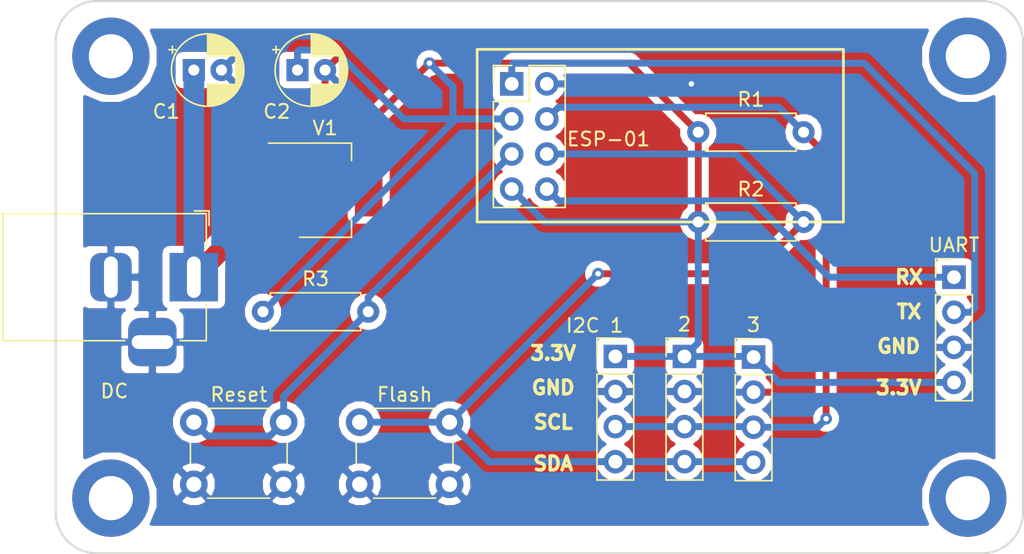
<source format=kicad_pcb>
(kicad_pcb (version 20171130) (host pcbnew 5.0.0-fee4fd1~66~ubuntu18.04.1)

  (general
    (thickness 1.6)
    (drawings 20)
    (tracks 76)
    (zones 0)
    (modules 18)
    (nets 9)
  )

  (page A4)
  (layers
    (0 F.Cu signal)
    (31 B.Cu signal)
    (32 B.Adhes user hide)
    (33 F.Adhes user hide)
    (34 B.Paste user hide)
    (35 F.Paste user hide)
    (36 B.SilkS user hide)
    (37 F.SilkS user)
    (38 B.Mask user)
    (39 F.Mask user)
    (40 Dwgs.User user hide)
    (41 Cmts.User user hide)
    (42 Eco1.User user hide)
    (43 Eco2.User user hide)
    (44 Edge.Cuts user)
    (45 Margin user hide)
    (46 B.CrtYd user hide)
    (47 F.CrtYd user hide)
    (48 B.Fab user hide)
    (49 F.Fab user hide)
  )

  (setup
    (last_trace_width 0.5)
    (trace_clearance 0.4)
    (zone_clearance 0.508)
    (zone_45_only no)
    (trace_min 0.2)
    (segment_width 0.2)
    (edge_width 0.15)
    (via_size 0.85)
    (via_drill 0.4)
    (via_min_size 0.4)
    (via_min_drill 0.3)
    (uvia_size 0.35)
    (uvia_drill 0.1)
    (uvias_allowed no)
    (uvia_min_size 0.2)
    (uvia_min_drill 0.1)
    (pcb_text_width 0.3)
    (pcb_text_size 1.5 1.5)
    (mod_edge_width 0.15)
    (mod_text_size 1 1)
    (mod_text_width 0.15)
    (pad_size 5.6 5.6)
    (pad_drill 3.2)
    (pad_to_mask_clearance 0.2)
    (aux_axis_origin 0 0)
    (grid_origin 100 100)
    (visible_elements FFFFFF7F)
    (pcbplotparams
      (layerselection 0x010e0_ffffffff)
      (usegerberextensions false)
      (usegerberattributes false)
      (usegerberadvancedattributes false)
      (creategerberjobfile false)
      (excludeedgelayer true)
      (linewidth 0.100000)
      (plotframeref false)
      (viasonmask false)
      (mode 1)
      (useauxorigin false)
      (hpglpennumber 1)
      (hpglpenspeed 20)
      (hpglpendiameter 15.000000)
      (psnegative false)
      (psa4output false)
      (plotreference true)
      (plotvalue true)
      (plotinvisibletext false)
      (padsonsilk false)
      (subtractmaskfromsilk false)
      (outputformat 1)
      (mirror false)
      (drillshape 0)
      (scaleselection 1)
      (outputdirectory "output/"))
  )

  (net 0 "")
  (net 1 GND)
  (net 2 /TX)
  (net 3 +3V3)
  (net 4 /RX)
  (net 5 +12V)
  (net 6 /SCL)
  (net 7 /SDA)
  (net 8 "Net-(ESP1-Pad5)")

  (net_class Default "This is the default net class."
    (clearance 0.4)
    (trace_width 0.5)
    (via_dia 0.85)
    (via_drill 0.4)
    (uvia_dia 0.35)
    (uvia_drill 0.1)
    (add_net +3V3)
    (add_net /RX)
    (add_net /SCL)
    (add_net /SDA)
    (add_net /TX)
    (add_net GND)
    (add_net "Net-(ESP1-Pad5)")
  )

  (net_class 12V ""
    (clearance 0.4)
    (trace_width 1.5)
    (via_dia 0.85)
    (via_drill 0.4)
    (uvia_dia 0.35)
    (uvia_drill 0.1)
    (add_net +12V)
  )

  (module Resistor_THT:R_Axial_DIN0207_L6.3mm_D2.5mm_P7.62mm_Horizontal (layer F.Cu) (tedit 5AE5139B) (tstamp 5BCAD2D5)
    (at 146.5 69.5)
    (descr "Resistor, Axial_DIN0207 series, Axial, Horizontal, pin pitch=7.62mm, 0.25W = 1/4W, length*diameter=6.3*2.5mm^2, http://cdn-reichelt.de/documents/datenblatt/B400/1_4W%23YAG.pdf")
    (tags "Resistor Axial_DIN0207 series Axial Horizontal pin pitch 7.62mm 0.25W = 1/4W length 6.3mm diameter 2.5mm")
    (path /5BBE4348)
    (fp_text reference R1 (at 3.81 -2.37) (layer F.SilkS)
      (effects (font (size 1 1) (thickness 0.15)))
    )
    (fp_text value 4,7K (at 3.81 2.37) (layer F.Fab)
      (effects (font (size 1 1) (thickness 0.15)))
    )
    (fp_line (start 0.66 -1.25) (end 0.66 1.25) (layer F.Fab) (width 0.1))
    (fp_line (start 0.66 1.25) (end 6.96 1.25) (layer F.Fab) (width 0.1))
    (fp_line (start 6.96 1.25) (end 6.96 -1.25) (layer F.Fab) (width 0.1))
    (fp_line (start 6.96 -1.25) (end 0.66 -1.25) (layer F.Fab) (width 0.1))
    (fp_line (start 0 0) (end 0.66 0) (layer F.Fab) (width 0.1))
    (fp_line (start 7.62 0) (end 6.96 0) (layer F.Fab) (width 0.1))
    (fp_line (start 0.54 -1.04) (end 0.54 -1.37) (layer F.SilkS) (width 0.12))
    (fp_line (start 0.54 -1.37) (end 7.08 -1.37) (layer F.SilkS) (width 0.12))
    (fp_line (start 7.08 -1.37) (end 7.08 -1.04) (layer F.SilkS) (width 0.12))
    (fp_line (start 0.54 1.04) (end 0.54 1.37) (layer F.SilkS) (width 0.12))
    (fp_line (start 0.54 1.37) (end 7.08 1.37) (layer F.SilkS) (width 0.12))
    (fp_line (start 7.08 1.37) (end 7.08 1.04) (layer F.SilkS) (width 0.12))
    (fp_line (start -1.05 -1.5) (end -1.05 1.5) (layer F.CrtYd) (width 0.05))
    (fp_line (start -1.05 1.5) (end 8.67 1.5) (layer F.CrtYd) (width 0.05))
    (fp_line (start 8.67 1.5) (end 8.67 -1.5) (layer F.CrtYd) (width 0.05))
    (fp_line (start 8.67 -1.5) (end -1.05 -1.5) (layer F.CrtYd) (width 0.05))
    (fp_text user %R (at 3.81 0) (layer F.Fab)
      (effects (font (size 1 1) (thickness 0.15)))
    )
    (pad 1 thru_hole circle (at 0 0) (size 1.6 1.6) (drill 0.8) (layers *.Cu *.Mask)
      (net 3 +3V3))
    (pad 2 thru_hole oval (at 7.62 0) (size 1.6 1.6) (drill 0.8) (layers *.Cu *.Mask)
      (net 6 /SCL))
    (model ${KISYS3DMOD}/Resistor_THT.3dshapes/R_Axial_DIN0207_L6.3mm_D2.5mm_P7.62mm_Horizontal.wrl
      (at (xyz 0 0 0))
      (scale (xyz 1 1 1))
      (rotate (xyz 0 0 0))
    )
  )

  (module Package_TO_SOT_SMD:SOT-223 (layer F.Cu) (tedit 5A02FF57) (tstamp 5BBEC495)
    (at 119.5 73.7)
    (descr "module CMS SOT223 4 pins")
    (tags "CMS SOT")
    (path /5BBF5CD2)
    (attr smd)
    (fp_text reference V1 (at 0 -4.5) (layer F.SilkS)
      (effects (font (size 1 1) (thickness 0.15)))
    )
    (fp_text value LD1117S33TR (at 0 4.5) (layer F.Fab)
      (effects (font (size 1 1) (thickness 0.15)))
    )
    (fp_text user %R (at 0 0 90) (layer F.Fab)
      (effects (font (size 0.8 0.8) (thickness 0.12)))
    )
    (fp_line (start -1.85 -2.3) (end -0.8 -3.35) (layer F.Fab) (width 0.1))
    (fp_line (start 1.91 3.41) (end 1.91 2.15) (layer F.SilkS) (width 0.12))
    (fp_line (start 1.91 -3.41) (end 1.91 -2.15) (layer F.SilkS) (width 0.12))
    (fp_line (start 4.4 -3.6) (end -4.4 -3.6) (layer F.CrtYd) (width 0.05))
    (fp_line (start 4.4 3.6) (end 4.4 -3.6) (layer F.CrtYd) (width 0.05))
    (fp_line (start -4.4 3.6) (end 4.4 3.6) (layer F.CrtYd) (width 0.05))
    (fp_line (start -4.4 -3.6) (end -4.4 3.6) (layer F.CrtYd) (width 0.05))
    (fp_line (start -1.85 -2.3) (end -1.85 3.35) (layer F.Fab) (width 0.1))
    (fp_line (start -1.85 3.41) (end 1.91 3.41) (layer F.SilkS) (width 0.12))
    (fp_line (start -0.8 -3.35) (end 1.85 -3.35) (layer F.Fab) (width 0.1))
    (fp_line (start -4.1 -3.41) (end 1.91 -3.41) (layer F.SilkS) (width 0.12))
    (fp_line (start -1.85 3.35) (end 1.85 3.35) (layer F.Fab) (width 0.1))
    (fp_line (start 1.85 -3.35) (end 1.85 3.35) (layer F.Fab) (width 0.1))
    (pad 4 smd rect (at 3.15 0) (size 2 3.8) (layers F.Cu F.Paste F.Mask))
    (pad 2 smd rect (at -3.15 0) (size 2 1.5) (layers F.Cu F.Paste F.Mask)
      (net 3 +3V3))
    (pad 3 smd rect (at -3.15 2.3) (size 2 1.5) (layers F.Cu F.Paste F.Mask)
      (net 5 +12V))
    (pad 1 smd rect (at -3.15 -2.3) (size 2 1.5) (layers F.Cu F.Paste F.Mask)
      (net 1 GND))
    (model ${KISYS3DMOD}/Package_TO_SOT_SMD.3dshapes/SOT-223.wrl
      (at (xyz 0 0 0))
      (scale (xyz 1 1 1))
      (rotate (xyz 0 0 0))
    )
  )

  (module Button_Switch_THT:SW_PUSH_6mm_H5mm (layer F.Cu) (tedit 5BBF5F25) (tstamp 5BBE0BC0)
    (at 110 90.5)
    (descr "tactile push button, 6x6mm e.g. PHAP33xx series, height=5mm")
    (tags "tact sw push 6mm")
    (path /5BBDEA6B)
    (fp_text reference Reset (at 3.25 -2) (layer F.SilkS)
      (effects (font (size 1 1) (thickness 0.15)))
    )
    (fp_text value SW_DIP_x01 (at 3.75 6.7) (layer F.Fab)
      (effects (font (size 1 1) (thickness 0.15)))
    )
    (fp_text user %R (at 3.25 2.25) (layer F.Fab)
      (effects (font (size 1 1) (thickness 0.15)))
    )
    (fp_line (start 3.25 -0.75) (end 6.25 -0.75) (layer F.Fab) (width 0.1))
    (fp_line (start 6.25 -0.75) (end 6.25 5.25) (layer F.Fab) (width 0.1))
    (fp_line (start 6.25 5.25) (end 0.25 5.25) (layer F.Fab) (width 0.1))
    (fp_line (start 0.25 5.25) (end 0.25 -0.75) (layer F.Fab) (width 0.1))
    (fp_line (start 0.25 -0.75) (end 3.25 -0.75) (layer F.Fab) (width 0.1))
    (fp_line (start 7.75 6) (end 8 6) (layer F.CrtYd) (width 0.05))
    (fp_line (start 8 6) (end 8 5.75) (layer F.CrtYd) (width 0.05))
    (fp_line (start 7.75 -1.5) (end 8 -1.5) (layer F.CrtYd) (width 0.05))
    (fp_line (start 8 -1.5) (end 8 -1.25) (layer F.CrtYd) (width 0.05))
    (fp_line (start -1.5 -1.25) (end -1.5 -1.5) (layer F.CrtYd) (width 0.05))
    (fp_line (start -1.5 -1.5) (end -1.25 -1.5) (layer F.CrtYd) (width 0.05))
    (fp_line (start -1.5 5.75) (end -1.5 6) (layer F.CrtYd) (width 0.05))
    (fp_line (start -1.5 6) (end -1.25 6) (layer F.CrtYd) (width 0.05))
    (fp_line (start -1.25 -1.5) (end 7.75 -1.5) (layer F.CrtYd) (width 0.05))
    (fp_line (start -1.5 5.75) (end -1.5 -1.25) (layer F.CrtYd) (width 0.05))
    (fp_line (start 7.75 6) (end -1.25 6) (layer F.CrtYd) (width 0.05))
    (fp_line (start 8 -1.25) (end 8 5.75) (layer F.CrtYd) (width 0.05))
    (fp_line (start 1 5.5) (end 5.5 5.5) (layer F.SilkS) (width 0.12))
    (fp_line (start -0.25 1.5) (end -0.25 3) (layer F.SilkS) (width 0.12))
    (fp_line (start 5.5 -1) (end 1 -1) (layer F.SilkS) (width 0.12))
    (fp_line (start 6.75 3) (end 6.75 1.5) (layer F.SilkS) (width 0.12))
    (fp_circle (center 3.25 2.25) (end 1.25 2.5) (layer F.Fab) (width 0.1))
    (pad 2 thru_hole circle (at 0 4.5 90) (size 2 2) (drill 1.1) (layers *.Cu *.Mask)
      (net 1 GND))
    (pad 1 thru_hole circle (at 0 0 90) (size 2 2) (drill 1.1) (layers *.Cu *.Mask)
      (net 8 "Net-(ESP1-Pad5)"))
    (pad 2 thru_hole circle (at 6.5 4.5 90) (size 2 2) (drill 1.1) (layers *.Cu *.Mask)
      (net 1 GND))
    (pad 1 thru_hole circle (at 6.5 0 90) (size 2 2) (drill 1.1) (layers *.Cu *.Mask)
      (net 8 "Net-(ESP1-Pad5)"))
    (model ${KISYS3DMOD}/Button_Switch_THT.3dshapes/SW_PUSH_6mm_H5mm.wrl
      (at (xyz 0 0 0))
      (scale (xyz 1 1 1))
      (rotate (xyz 0 0 0))
    )
  )

  (module Connector_PinHeader_2.54mm:PinHeader_1x04_P2.54mm_Vertical (layer F.Cu) (tedit 5BBF5F85) (tstamp 5BBE08EB)
    (at 150.5 85.785001)
    (descr "Through hole straight pin header, 1x04, 2.54mm pitch, single row")
    (tags "Through hole pin header THT 1x04 2.54mm single row")
    (path /5BBD384D)
    (fp_text reference 3 (at 0 -2.33) (layer F.SilkS)
      (effects (font (size 1 1) (thickness 0.15)))
    )
    (fp_text value I2C_SENS (at 0 9.95) (layer F.Fab)
      (effects (font (size 1 1) (thickness 0.15)))
    )
    (fp_line (start -0.635 -1.27) (end 1.27 -1.27) (layer F.Fab) (width 0.1))
    (fp_line (start 1.27 -1.27) (end 1.27 8.89) (layer F.Fab) (width 0.1))
    (fp_line (start 1.27 8.89) (end -1.27 8.89) (layer F.Fab) (width 0.1))
    (fp_line (start -1.27 8.89) (end -1.27 -0.635) (layer F.Fab) (width 0.1))
    (fp_line (start -1.27 -0.635) (end -0.635 -1.27) (layer F.Fab) (width 0.1))
    (fp_line (start -1.33 8.95) (end 1.33 8.95) (layer F.SilkS) (width 0.12))
    (fp_line (start -1.33 1.27) (end -1.33 8.95) (layer F.SilkS) (width 0.12))
    (fp_line (start 1.33 1.27) (end 1.33 8.95) (layer F.SilkS) (width 0.12))
    (fp_line (start -1.33 1.27) (end 1.33 1.27) (layer F.SilkS) (width 0.12))
    (fp_line (start -1.33 0) (end -1.33 -1.33) (layer F.SilkS) (width 0.12))
    (fp_line (start -1.33 -1.33) (end 0 -1.33) (layer F.SilkS) (width 0.12))
    (fp_line (start -1.8 -1.8) (end -1.8 9.4) (layer F.CrtYd) (width 0.05))
    (fp_line (start -1.8 9.4) (end 1.8 9.4) (layer F.CrtYd) (width 0.05))
    (fp_line (start 1.8 9.4) (end 1.8 -1.8) (layer F.CrtYd) (width 0.05))
    (fp_line (start 1.8 -1.8) (end -1.8 -1.8) (layer F.CrtYd) (width 0.05))
    (fp_text user %R (at 0 3.81 90) (layer F.Fab)
      (effects (font (size 1 1) (thickness 0.15)))
    )
    (pad 1 thru_hole rect (at 0 0) (size 1.7 1.7) (drill 1) (layers *.Cu *.Mask)
      (net 3 +3V3))
    (pad 2 thru_hole oval (at 0 2.54) (size 1.7 1.7) (drill 1) (layers *.Cu *.Mask)
      (net 1 GND))
    (pad 3 thru_hole oval (at 0 5.08) (size 1.7 1.7) (drill 1) (layers *.Cu *.Mask)
      (net 6 /SCL))
    (pad 4 thru_hole oval (at 0 7.62) (size 1.7 1.7) (drill 1) (layers *.Cu *.Mask)
      (net 7 /SDA))
    (model ${KISYS3DMOD}/Connector_PinHeader_2.54mm.3dshapes/PinHeader_1x04_P2.54mm_Vertical.wrl
      (at (xyz 0 0 0))
      (scale (xyz 1 1 1))
      (rotate (xyz 0 0 0))
    )
  )

  (module Resistor_THT:R_Axial_DIN0207_L6.3mm_D2.5mm_P7.62mm_Horizontal (layer F.Cu) (tedit 5AE5139B) (tstamp 5BCAD2EB)
    (at 146.5 76)
    (descr "Resistor, Axial_DIN0207 series, Axial, Horizontal, pin pitch=7.62mm, 0.25W = 1/4W, length*diameter=6.3*2.5mm^2, http://cdn-reichelt.de/documents/datenblatt/B400/1_4W%23YAG.pdf")
    (tags "Resistor Axial_DIN0207 series Axial Horizontal pin pitch 7.62mm 0.25W = 1/4W length 6.3mm diameter 2.5mm")
    (path /5BBE43A8)
    (fp_text reference R2 (at 3.81 -2.37) (layer F.SilkS)
      (effects (font (size 1 1) (thickness 0.15)))
    )
    (fp_text value 4,7K (at 3.81 2.37) (layer F.Fab)
      (effects (font (size 1 1) (thickness 0.15)))
    )
    (fp_text user %R (at 3.81 0) (layer F.Fab)
      (effects (font (size 1 1) (thickness 0.15)))
    )
    (fp_line (start 8.67 -1.5) (end -1.05 -1.5) (layer F.CrtYd) (width 0.05))
    (fp_line (start 8.67 1.5) (end 8.67 -1.5) (layer F.CrtYd) (width 0.05))
    (fp_line (start -1.05 1.5) (end 8.67 1.5) (layer F.CrtYd) (width 0.05))
    (fp_line (start -1.05 -1.5) (end -1.05 1.5) (layer F.CrtYd) (width 0.05))
    (fp_line (start 7.08 1.37) (end 7.08 1.04) (layer F.SilkS) (width 0.12))
    (fp_line (start 0.54 1.37) (end 7.08 1.37) (layer F.SilkS) (width 0.12))
    (fp_line (start 0.54 1.04) (end 0.54 1.37) (layer F.SilkS) (width 0.12))
    (fp_line (start 7.08 -1.37) (end 7.08 -1.04) (layer F.SilkS) (width 0.12))
    (fp_line (start 0.54 -1.37) (end 7.08 -1.37) (layer F.SilkS) (width 0.12))
    (fp_line (start 0.54 -1.04) (end 0.54 -1.37) (layer F.SilkS) (width 0.12))
    (fp_line (start 7.62 0) (end 6.96 0) (layer F.Fab) (width 0.1))
    (fp_line (start 0 0) (end 0.66 0) (layer F.Fab) (width 0.1))
    (fp_line (start 6.96 -1.25) (end 0.66 -1.25) (layer F.Fab) (width 0.1))
    (fp_line (start 6.96 1.25) (end 6.96 -1.25) (layer F.Fab) (width 0.1))
    (fp_line (start 0.66 1.25) (end 6.96 1.25) (layer F.Fab) (width 0.1))
    (fp_line (start 0.66 -1.25) (end 0.66 1.25) (layer F.Fab) (width 0.1))
    (pad 2 thru_hole oval (at 7.62 0) (size 1.6 1.6) (drill 0.8) (layers *.Cu *.Mask)
      (net 7 /SDA))
    (pad 1 thru_hole circle (at 0 0) (size 1.6 1.6) (drill 0.8) (layers *.Cu *.Mask)
      (net 3 +3V3))
    (model ${KISYS3DMOD}/Resistor_THT.3dshapes/R_Axial_DIN0207_L6.3mm_D2.5mm_P7.62mm_Horizontal.wrl
      (at (xyz 0 0 0))
      (scale (xyz 1 1 1))
      (rotate (xyz 0 0 0))
    )
  )

  (module Capacitor_THT:CP_Radial_D5.0mm_P2.00mm (layer F.Cu) (tedit 5AE50EF0) (tstamp 5BCAD3E7)
    (at 110 65)
    (descr "CP, Radial series, Radial, pin pitch=2.00mm, , diameter=5mm, Electrolytic Capacitor")
    (tags "CP Radial series Radial pin pitch 2.00mm  diameter 5mm Electrolytic Capacitor")
    (path /5BBF5DA2)
    (fp_text reference C1 (at -2 3) (layer F.SilkS)
      (effects (font (size 1 1) (thickness 0.15)))
    )
    (fp_text value 100nF (at 1 3.75) (layer F.Fab)
      (effects (font (size 1 1) (thickness 0.15)))
    )
    (fp_circle (center 1 0) (end 3.5 0) (layer F.Fab) (width 0.1))
    (fp_circle (center 1 0) (end 3.62 0) (layer F.SilkS) (width 0.12))
    (fp_circle (center 1 0) (end 3.75 0) (layer F.CrtYd) (width 0.05))
    (fp_line (start -1.133605 -1.0875) (end -0.633605 -1.0875) (layer F.Fab) (width 0.1))
    (fp_line (start -0.883605 -1.3375) (end -0.883605 -0.8375) (layer F.Fab) (width 0.1))
    (fp_line (start 1 1.04) (end 1 2.58) (layer F.SilkS) (width 0.12))
    (fp_line (start 1 -2.58) (end 1 -1.04) (layer F.SilkS) (width 0.12))
    (fp_line (start 1.04 1.04) (end 1.04 2.58) (layer F.SilkS) (width 0.12))
    (fp_line (start 1.04 -2.58) (end 1.04 -1.04) (layer F.SilkS) (width 0.12))
    (fp_line (start 1.08 -2.579) (end 1.08 -1.04) (layer F.SilkS) (width 0.12))
    (fp_line (start 1.08 1.04) (end 1.08 2.579) (layer F.SilkS) (width 0.12))
    (fp_line (start 1.12 -2.578) (end 1.12 -1.04) (layer F.SilkS) (width 0.12))
    (fp_line (start 1.12 1.04) (end 1.12 2.578) (layer F.SilkS) (width 0.12))
    (fp_line (start 1.16 -2.576) (end 1.16 -1.04) (layer F.SilkS) (width 0.12))
    (fp_line (start 1.16 1.04) (end 1.16 2.576) (layer F.SilkS) (width 0.12))
    (fp_line (start 1.2 -2.573) (end 1.2 -1.04) (layer F.SilkS) (width 0.12))
    (fp_line (start 1.2 1.04) (end 1.2 2.573) (layer F.SilkS) (width 0.12))
    (fp_line (start 1.24 -2.569) (end 1.24 -1.04) (layer F.SilkS) (width 0.12))
    (fp_line (start 1.24 1.04) (end 1.24 2.569) (layer F.SilkS) (width 0.12))
    (fp_line (start 1.28 -2.565) (end 1.28 -1.04) (layer F.SilkS) (width 0.12))
    (fp_line (start 1.28 1.04) (end 1.28 2.565) (layer F.SilkS) (width 0.12))
    (fp_line (start 1.32 -2.561) (end 1.32 -1.04) (layer F.SilkS) (width 0.12))
    (fp_line (start 1.32 1.04) (end 1.32 2.561) (layer F.SilkS) (width 0.12))
    (fp_line (start 1.36 -2.556) (end 1.36 -1.04) (layer F.SilkS) (width 0.12))
    (fp_line (start 1.36 1.04) (end 1.36 2.556) (layer F.SilkS) (width 0.12))
    (fp_line (start 1.4 -2.55) (end 1.4 -1.04) (layer F.SilkS) (width 0.12))
    (fp_line (start 1.4 1.04) (end 1.4 2.55) (layer F.SilkS) (width 0.12))
    (fp_line (start 1.44 -2.543) (end 1.44 -1.04) (layer F.SilkS) (width 0.12))
    (fp_line (start 1.44 1.04) (end 1.44 2.543) (layer F.SilkS) (width 0.12))
    (fp_line (start 1.48 -2.536) (end 1.48 -1.04) (layer F.SilkS) (width 0.12))
    (fp_line (start 1.48 1.04) (end 1.48 2.536) (layer F.SilkS) (width 0.12))
    (fp_line (start 1.52 -2.528) (end 1.52 -1.04) (layer F.SilkS) (width 0.12))
    (fp_line (start 1.52 1.04) (end 1.52 2.528) (layer F.SilkS) (width 0.12))
    (fp_line (start 1.56 -2.52) (end 1.56 -1.04) (layer F.SilkS) (width 0.12))
    (fp_line (start 1.56 1.04) (end 1.56 2.52) (layer F.SilkS) (width 0.12))
    (fp_line (start 1.6 -2.511) (end 1.6 -1.04) (layer F.SilkS) (width 0.12))
    (fp_line (start 1.6 1.04) (end 1.6 2.511) (layer F.SilkS) (width 0.12))
    (fp_line (start 1.64 -2.501) (end 1.64 -1.04) (layer F.SilkS) (width 0.12))
    (fp_line (start 1.64 1.04) (end 1.64 2.501) (layer F.SilkS) (width 0.12))
    (fp_line (start 1.68 -2.491) (end 1.68 -1.04) (layer F.SilkS) (width 0.12))
    (fp_line (start 1.68 1.04) (end 1.68 2.491) (layer F.SilkS) (width 0.12))
    (fp_line (start 1.721 -2.48) (end 1.721 -1.04) (layer F.SilkS) (width 0.12))
    (fp_line (start 1.721 1.04) (end 1.721 2.48) (layer F.SilkS) (width 0.12))
    (fp_line (start 1.761 -2.468) (end 1.761 -1.04) (layer F.SilkS) (width 0.12))
    (fp_line (start 1.761 1.04) (end 1.761 2.468) (layer F.SilkS) (width 0.12))
    (fp_line (start 1.801 -2.455) (end 1.801 -1.04) (layer F.SilkS) (width 0.12))
    (fp_line (start 1.801 1.04) (end 1.801 2.455) (layer F.SilkS) (width 0.12))
    (fp_line (start 1.841 -2.442) (end 1.841 -1.04) (layer F.SilkS) (width 0.12))
    (fp_line (start 1.841 1.04) (end 1.841 2.442) (layer F.SilkS) (width 0.12))
    (fp_line (start 1.881 -2.428) (end 1.881 -1.04) (layer F.SilkS) (width 0.12))
    (fp_line (start 1.881 1.04) (end 1.881 2.428) (layer F.SilkS) (width 0.12))
    (fp_line (start 1.921 -2.414) (end 1.921 -1.04) (layer F.SilkS) (width 0.12))
    (fp_line (start 1.921 1.04) (end 1.921 2.414) (layer F.SilkS) (width 0.12))
    (fp_line (start 1.961 -2.398) (end 1.961 -1.04) (layer F.SilkS) (width 0.12))
    (fp_line (start 1.961 1.04) (end 1.961 2.398) (layer F.SilkS) (width 0.12))
    (fp_line (start 2.001 -2.382) (end 2.001 -1.04) (layer F.SilkS) (width 0.12))
    (fp_line (start 2.001 1.04) (end 2.001 2.382) (layer F.SilkS) (width 0.12))
    (fp_line (start 2.041 -2.365) (end 2.041 -1.04) (layer F.SilkS) (width 0.12))
    (fp_line (start 2.041 1.04) (end 2.041 2.365) (layer F.SilkS) (width 0.12))
    (fp_line (start 2.081 -2.348) (end 2.081 -1.04) (layer F.SilkS) (width 0.12))
    (fp_line (start 2.081 1.04) (end 2.081 2.348) (layer F.SilkS) (width 0.12))
    (fp_line (start 2.121 -2.329) (end 2.121 -1.04) (layer F.SilkS) (width 0.12))
    (fp_line (start 2.121 1.04) (end 2.121 2.329) (layer F.SilkS) (width 0.12))
    (fp_line (start 2.161 -2.31) (end 2.161 -1.04) (layer F.SilkS) (width 0.12))
    (fp_line (start 2.161 1.04) (end 2.161 2.31) (layer F.SilkS) (width 0.12))
    (fp_line (start 2.201 -2.29) (end 2.201 -1.04) (layer F.SilkS) (width 0.12))
    (fp_line (start 2.201 1.04) (end 2.201 2.29) (layer F.SilkS) (width 0.12))
    (fp_line (start 2.241 -2.268) (end 2.241 -1.04) (layer F.SilkS) (width 0.12))
    (fp_line (start 2.241 1.04) (end 2.241 2.268) (layer F.SilkS) (width 0.12))
    (fp_line (start 2.281 -2.247) (end 2.281 -1.04) (layer F.SilkS) (width 0.12))
    (fp_line (start 2.281 1.04) (end 2.281 2.247) (layer F.SilkS) (width 0.12))
    (fp_line (start 2.321 -2.224) (end 2.321 -1.04) (layer F.SilkS) (width 0.12))
    (fp_line (start 2.321 1.04) (end 2.321 2.224) (layer F.SilkS) (width 0.12))
    (fp_line (start 2.361 -2.2) (end 2.361 -1.04) (layer F.SilkS) (width 0.12))
    (fp_line (start 2.361 1.04) (end 2.361 2.2) (layer F.SilkS) (width 0.12))
    (fp_line (start 2.401 -2.175) (end 2.401 -1.04) (layer F.SilkS) (width 0.12))
    (fp_line (start 2.401 1.04) (end 2.401 2.175) (layer F.SilkS) (width 0.12))
    (fp_line (start 2.441 -2.149) (end 2.441 -1.04) (layer F.SilkS) (width 0.12))
    (fp_line (start 2.441 1.04) (end 2.441 2.149) (layer F.SilkS) (width 0.12))
    (fp_line (start 2.481 -2.122) (end 2.481 -1.04) (layer F.SilkS) (width 0.12))
    (fp_line (start 2.481 1.04) (end 2.481 2.122) (layer F.SilkS) (width 0.12))
    (fp_line (start 2.521 -2.095) (end 2.521 -1.04) (layer F.SilkS) (width 0.12))
    (fp_line (start 2.521 1.04) (end 2.521 2.095) (layer F.SilkS) (width 0.12))
    (fp_line (start 2.561 -2.065) (end 2.561 -1.04) (layer F.SilkS) (width 0.12))
    (fp_line (start 2.561 1.04) (end 2.561 2.065) (layer F.SilkS) (width 0.12))
    (fp_line (start 2.601 -2.035) (end 2.601 -1.04) (layer F.SilkS) (width 0.12))
    (fp_line (start 2.601 1.04) (end 2.601 2.035) (layer F.SilkS) (width 0.12))
    (fp_line (start 2.641 -2.004) (end 2.641 -1.04) (layer F.SilkS) (width 0.12))
    (fp_line (start 2.641 1.04) (end 2.641 2.004) (layer F.SilkS) (width 0.12))
    (fp_line (start 2.681 -1.971) (end 2.681 -1.04) (layer F.SilkS) (width 0.12))
    (fp_line (start 2.681 1.04) (end 2.681 1.971) (layer F.SilkS) (width 0.12))
    (fp_line (start 2.721 -1.937) (end 2.721 -1.04) (layer F.SilkS) (width 0.12))
    (fp_line (start 2.721 1.04) (end 2.721 1.937) (layer F.SilkS) (width 0.12))
    (fp_line (start 2.761 -1.901) (end 2.761 -1.04) (layer F.SilkS) (width 0.12))
    (fp_line (start 2.761 1.04) (end 2.761 1.901) (layer F.SilkS) (width 0.12))
    (fp_line (start 2.801 -1.864) (end 2.801 -1.04) (layer F.SilkS) (width 0.12))
    (fp_line (start 2.801 1.04) (end 2.801 1.864) (layer F.SilkS) (width 0.12))
    (fp_line (start 2.841 -1.826) (end 2.841 -1.04) (layer F.SilkS) (width 0.12))
    (fp_line (start 2.841 1.04) (end 2.841 1.826) (layer F.SilkS) (width 0.12))
    (fp_line (start 2.881 -1.785) (end 2.881 -1.04) (layer F.SilkS) (width 0.12))
    (fp_line (start 2.881 1.04) (end 2.881 1.785) (layer F.SilkS) (width 0.12))
    (fp_line (start 2.921 -1.743) (end 2.921 -1.04) (layer F.SilkS) (width 0.12))
    (fp_line (start 2.921 1.04) (end 2.921 1.743) (layer F.SilkS) (width 0.12))
    (fp_line (start 2.961 -1.699) (end 2.961 -1.04) (layer F.SilkS) (width 0.12))
    (fp_line (start 2.961 1.04) (end 2.961 1.699) (layer F.SilkS) (width 0.12))
    (fp_line (start 3.001 -1.653) (end 3.001 -1.04) (layer F.SilkS) (width 0.12))
    (fp_line (start 3.001 1.04) (end 3.001 1.653) (layer F.SilkS) (width 0.12))
    (fp_line (start 3.041 -1.605) (end 3.041 1.605) (layer F.SilkS) (width 0.12))
    (fp_line (start 3.081 -1.554) (end 3.081 1.554) (layer F.SilkS) (width 0.12))
    (fp_line (start 3.121 -1.5) (end 3.121 1.5) (layer F.SilkS) (width 0.12))
    (fp_line (start 3.161 -1.443) (end 3.161 1.443) (layer F.SilkS) (width 0.12))
    (fp_line (start 3.201 -1.383) (end 3.201 1.383) (layer F.SilkS) (width 0.12))
    (fp_line (start 3.241 -1.319) (end 3.241 1.319) (layer F.SilkS) (width 0.12))
    (fp_line (start 3.281 -1.251) (end 3.281 1.251) (layer F.SilkS) (width 0.12))
    (fp_line (start 3.321 -1.178) (end 3.321 1.178) (layer F.SilkS) (width 0.12))
    (fp_line (start 3.361 -1.098) (end 3.361 1.098) (layer F.SilkS) (width 0.12))
    (fp_line (start 3.401 -1.011) (end 3.401 1.011) (layer F.SilkS) (width 0.12))
    (fp_line (start 3.441 -0.915) (end 3.441 0.915) (layer F.SilkS) (width 0.12))
    (fp_line (start 3.481 -0.805) (end 3.481 0.805) (layer F.SilkS) (width 0.12))
    (fp_line (start 3.521 -0.677) (end 3.521 0.677) (layer F.SilkS) (width 0.12))
    (fp_line (start 3.561 -0.518) (end 3.561 0.518) (layer F.SilkS) (width 0.12))
    (fp_line (start 3.601 -0.284) (end 3.601 0.284) (layer F.SilkS) (width 0.12))
    (fp_line (start -1.804775 -1.475) (end -1.304775 -1.475) (layer F.SilkS) (width 0.12))
    (fp_line (start -1.554775 -1.725) (end -1.554775 -1.225) (layer F.SilkS) (width 0.12))
    (fp_text user %R (at 1 0) (layer F.Fab)
      (effects (font (size 1 1) (thickness 0.15)))
    )
    (pad 1 thru_hole rect (at 0 0) (size 1.6 1.6) (drill 0.8) (layers *.Cu *.Mask)
      (net 5 +12V))
    (pad 2 thru_hole circle (at 2 0) (size 1.6 1.6) (drill 0.8) (layers *.Cu *.Mask)
      (net 1 GND))
    (model ${KISYS3DMOD}/Capacitor_THT.3dshapes/CP_Radial_D5.0mm_P2.00mm.wrl
      (at (xyz 0 0 0))
      (scale (xyz 1 1 1))
      (rotate (xyz 0 0 0))
    )
  )

  (module Connector_PinHeader_2.54mm:PinHeader_1x04_P2.54mm_Vertical (layer F.Cu) (tedit 5BBF5FA0) (tstamp 5BCAD38C)
    (at 165 80)
    (descr "Through hole straight pin header, 1x04, 2.54mm pitch, single row")
    (tags "Through hole pin header THT 1x04 2.54mm single row")
    (path /5BBF417E)
    (fp_text reference UART (at 0 -2.33) (layer F.SilkS)
      (effects (font (size 1 1) (thickness 0.15)))
    )
    (fp_text value Conn_01x04 (at 0 9.95) (layer F.Fab)
      (effects (font (size 1 1) (thickness 0.15)))
    )
    (fp_line (start -0.635 -1.27) (end 1.27 -1.27) (layer F.Fab) (width 0.1))
    (fp_line (start 1.27 -1.27) (end 1.27 8.89) (layer F.Fab) (width 0.1))
    (fp_line (start 1.27 8.89) (end -1.27 8.89) (layer F.Fab) (width 0.1))
    (fp_line (start -1.27 8.89) (end -1.27 -0.635) (layer F.Fab) (width 0.1))
    (fp_line (start -1.27 -0.635) (end -0.635 -1.27) (layer F.Fab) (width 0.1))
    (fp_line (start -1.33 8.95) (end 1.33 8.95) (layer F.SilkS) (width 0.12))
    (fp_line (start -1.33 1.27) (end -1.33 8.95) (layer F.SilkS) (width 0.12))
    (fp_line (start 1.33 1.27) (end 1.33 8.95) (layer F.SilkS) (width 0.12))
    (fp_line (start -1.33 1.27) (end 1.33 1.27) (layer F.SilkS) (width 0.12))
    (fp_line (start -1.33 0) (end -1.33 -1.33) (layer F.SilkS) (width 0.12))
    (fp_line (start -1.33 -1.33) (end 0 -1.33) (layer F.SilkS) (width 0.12))
    (fp_line (start -1.8 -1.8) (end -1.8 9.4) (layer F.CrtYd) (width 0.05))
    (fp_line (start -1.8 9.4) (end 1.8 9.4) (layer F.CrtYd) (width 0.05))
    (fp_line (start 1.8 9.4) (end 1.8 -1.8) (layer F.CrtYd) (width 0.05))
    (fp_line (start 1.8 -1.8) (end -1.8 -1.8) (layer F.CrtYd) (width 0.05))
    (fp_text user %R (at 0 3.81 90) (layer F.Fab)
      (effects (font (size 1 1) (thickness 0.15)))
    )
    (pad 1 thru_hole rect (at 0 0) (size 1.7 1.7) (drill 1) (layers *.Cu *.Mask)
      (net 4 /RX))
    (pad 2 thru_hole oval (at 0 2.54) (size 1.7 1.7) (drill 1) (layers *.Cu *.Mask)
      (net 2 /TX))
    (pad 3 thru_hole oval (at 0 5.08) (size 1.7 1.7) (drill 1) (layers *.Cu *.Mask)
      (net 1 GND))
    (pad 4 thru_hole oval (at 0 7.62) (size 1.7 1.7) (drill 1) (layers *.Cu *.Mask)
      (net 3 +3V3))
    (model ${KISYS3DMOD}/Connector_PinHeader_2.54mm.3dshapes/PinHeader_1x04_P2.54mm_Vertical.wrl
      (at (xyz 0 0 0))
      (scale (xyz 1 1 1))
      (rotate (xyz 0 0 0))
    )
  )

  (module Connector_BarrelJack:BarrelJack_Horizontal (layer F.Cu) (tedit 5BBF6229) (tstamp 5BCA502D)
    (at 110 80)
    (descr "DC Barrel Jack")
    (tags "Power Jack")
    (path /5BBCE8D1)
    (fp_text reference DC (at -5.75 8.25) (layer F.SilkS)
      (effects (font (size 1 1) (thickness 0.15)))
    )
    (fp_text value "DC Jack" (at -6.2 -5.5) (layer F.Fab)
      (effects (font (size 1 1) (thickness 0.15)))
    )
    (fp_text user %R (at -3 -2.95) (layer F.Fab)
      (effects (font (size 1 1) (thickness 0.15)))
    )
    (fp_line (start -0.003213 -4.505425) (end 0.8 -3.75) (layer F.Fab) (width 0.1))
    (fp_line (start 1.1 -3.75) (end 1.1 -4.8) (layer F.SilkS) (width 0.12))
    (fp_line (start 0.05 -4.8) (end 1.1 -4.8) (layer F.SilkS) (width 0.12))
    (fp_line (start 1 -4.5) (end 1 -4.75) (layer F.CrtYd) (width 0.05))
    (fp_line (start 1 -4.75) (end -14 -4.75) (layer F.CrtYd) (width 0.05))
    (fp_line (start 1 -4.5) (end 1 -2) (layer F.CrtYd) (width 0.05))
    (fp_line (start 1 -2) (end 2 -2) (layer F.CrtYd) (width 0.05))
    (fp_line (start 2 -2) (end 2 2) (layer F.CrtYd) (width 0.05))
    (fp_line (start 2 2) (end 1 2) (layer F.CrtYd) (width 0.05))
    (fp_line (start 1 2) (end 1 4.75) (layer F.CrtYd) (width 0.05))
    (fp_line (start 1 4.75) (end -1 4.75) (layer F.CrtYd) (width 0.05))
    (fp_line (start -1 4.75) (end -1 6.75) (layer F.CrtYd) (width 0.05))
    (fp_line (start -1 6.75) (end -5 6.75) (layer F.CrtYd) (width 0.05))
    (fp_line (start -5 6.75) (end -5 4.75) (layer F.CrtYd) (width 0.05))
    (fp_line (start -5 4.75) (end -14 4.75) (layer F.CrtYd) (width 0.05))
    (fp_line (start -14 4.75) (end -14 -4.75) (layer F.CrtYd) (width 0.05))
    (fp_line (start -5 4.6) (end -13.8 4.6) (layer F.SilkS) (width 0.12))
    (fp_line (start -13.8 4.6) (end -13.8 -4.6) (layer F.SilkS) (width 0.12))
    (fp_line (start 0.9 1.9) (end 0.9 4.6) (layer F.SilkS) (width 0.12))
    (fp_line (start 0.9 4.6) (end -1 4.6) (layer F.SilkS) (width 0.12))
    (fp_line (start -13.8 -4.6) (end 0.9 -4.6) (layer F.SilkS) (width 0.12))
    (fp_line (start 0.9 -4.6) (end 0.9 -2) (layer F.SilkS) (width 0.12))
    (fp_line (start -10.2 -4.5) (end -10.2 4.5) (layer F.Fab) (width 0.1))
    (fp_line (start -13.7 -4.5) (end -13.7 4.5) (layer F.Fab) (width 0.1))
    (fp_line (start -13.7 4.5) (end 0.8 4.5) (layer F.Fab) (width 0.1))
    (fp_line (start 0.8 4.5) (end 0.8 -3.75) (layer F.Fab) (width 0.1))
    (fp_line (start 0 -4.5) (end -13.7 -4.5) (layer F.Fab) (width 0.1))
    (pad 1 thru_hole rect (at 0 0) (size 3.5 3.5) (drill oval 1 3) (layers *.Cu *.Mask)
      (net 5 +12V))
    (pad 2 thru_hole roundrect (at -6 0) (size 3 3.5) (drill oval 1 3) (layers *.Cu *.Mask) (roundrect_rratio 0.25)
      (net 1 GND))
    (pad 3 thru_hole roundrect (at -3 4.7) (size 3.5 3.5) (drill oval 3 1) (layers *.Cu *.Mask) (roundrect_rratio 0.25)
      (net 1 GND))
    (model ${KISYS3DMOD}/Connector_BarrelJack.3dshapes/BarrelJack_Horizontal.wrl
      (at (xyz 0 0 0))
      (scale (xyz 1 1 1))
      (rotate (xyz 0 0 0))
    )
  )

  (module Capacitor_THT:CP_Radial_D5.0mm_P2.00mm (layer F.Cu) (tedit 5AE50EF0) (tstamp 5BCAD469)
    (at 117.5 65)
    (descr "CP, Radial series, Radial, pin pitch=2.00mm, , diameter=5mm, Electrolytic Capacitor")
    (tags "CP Radial series Radial pin pitch 2.00mm  diameter 5mm Electrolytic Capacitor")
    (path /5BBF5E0E)
    (fp_text reference C2 (at -1.5 3) (layer F.SilkS)
      (effects (font (size 1 1) (thickness 0.15)))
    )
    (fp_text value 10uF (at 1 3.75) (layer F.Fab)
      (effects (font (size 1 1) (thickness 0.15)))
    )
    (fp_text user %R (at 1 0) (layer F.Fab)
      (effects (font (size 1 1) (thickness 0.15)))
    )
    (fp_line (start -1.554775 -1.725) (end -1.554775 -1.225) (layer F.SilkS) (width 0.12))
    (fp_line (start -1.804775 -1.475) (end -1.304775 -1.475) (layer F.SilkS) (width 0.12))
    (fp_line (start 3.601 -0.284) (end 3.601 0.284) (layer F.SilkS) (width 0.12))
    (fp_line (start 3.561 -0.518) (end 3.561 0.518) (layer F.SilkS) (width 0.12))
    (fp_line (start 3.521 -0.677) (end 3.521 0.677) (layer F.SilkS) (width 0.12))
    (fp_line (start 3.481 -0.805) (end 3.481 0.805) (layer F.SilkS) (width 0.12))
    (fp_line (start 3.441 -0.915) (end 3.441 0.915) (layer F.SilkS) (width 0.12))
    (fp_line (start 3.401 -1.011) (end 3.401 1.011) (layer F.SilkS) (width 0.12))
    (fp_line (start 3.361 -1.098) (end 3.361 1.098) (layer F.SilkS) (width 0.12))
    (fp_line (start 3.321 -1.178) (end 3.321 1.178) (layer F.SilkS) (width 0.12))
    (fp_line (start 3.281 -1.251) (end 3.281 1.251) (layer F.SilkS) (width 0.12))
    (fp_line (start 3.241 -1.319) (end 3.241 1.319) (layer F.SilkS) (width 0.12))
    (fp_line (start 3.201 -1.383) (end 3.201 1.383) (layer F.SilkS) (width 0.12))
    (fp_line (start 3.161 -1.443) (end 3.161 1.443) (layer F.SilkS) (width 0.12))
    (fp_line (start 3.121 -1.5) (end 3.121 1.5) (layer F.SilkS) (width 0.12))
    (fp_line (start 3.081 -1.554) (end 3.081 1.554) (layer F.SilkS) (width 0.12))
    (fp_line (start 3.041 -1.605) (end 3.041 1.605) (layer F.SilkS) (width 0.12))
    (fp_line (start 3.001 1.04) (end 3.001 1.653) (layer F.SilkS) (width 0.12))
    (fp_line (start 3.001 -1.653) (end 3.001 -1.04) (layer F.SilkS) (width 0.12))
    (fp_line (start 2.961 1.04) (end 2.961 1.699) (layer F.SilkS) (width 0.12))
    (fp_line (start 2.961 -1.699) (end 2.961 -1.04) (layer F.SilkS) (width 0.12))
    (fp_line (start 2.921 1.04) (end 2.921 1.743) (layer F.SilkS) (width 0.12))
    (fp_line (start 2.921 -1.743) (end 2.921 -1.04) (layer F.SilkS) (width 0.12))
    (fp_line (start 2.881 1.04) (end 2.881 1.785) (layer F.SilkS) (width 0.12))
    (fp_line (start 2.881 -1.785) (end 2.881 -1.04) (layer F.SilkS) (width 0.12))
    (fp_line (start 2.841 1.04) (end 2.841 1.826) (layer F.SilkS) (width 0.12))
    (fp_line (start 2.841 -1.826) (end 2.841 -1.04) (layer F.SilkS) (width 0.12))
    (fp_line (start 2.801 1.04) (end 2.801 1.864) (layer F.SilkS) (width 0.12))
    (fp_line (start 2.801 -1.864) (end 2.801 -1.04) (layer F.SilkS) (width 0.12))
    (fp_line (start 2.761 1.04) (end 2.761 1.901) (layer F.SilkS) (width 0.12))
    (fp_line (start 2.761 -1.901) (end 2.761 -1.04) (layer F.SilkS) (width 0.12))
    (fp_line (start 2.721 1.04) (end 2.721 1.937) (layer F.SilkS) (width 0.12))
    (fp_line (start 2.721 -1.937) (end 2.721 -1.04) (layer F.SilkS) (width 0.12))
    (fp_line (start 2.681 1.04) (end 2.681 1.971) (layer F.SilkS) (width 0.12))
    (fp_line (start 2.681 -1.971) (end 2.681 -1.04) (layer F.SilkS) (width 0.12))
    (fp_line (start 2.641 1.04) (end 2.641 2.004) (layer F.SilkS) (width 0.12))
    (fp_line (start 2.641 -2.004) (end 2.641 -1.04) (layer F.SilkS) (width 0.12))
    (fp_line (start 2.601 1.04) (end 2.601 2.035) (layer F.SilkS) (width 0.12))
    (fp_line (start 2.601 -2.035) (end 2.601 -1.04) (layer F.SilkS) (width 0.12))
    (fp_line (start 2.561 1.04) (end 2.561 2.065) (layer F.SilkS) (width 0.12))
    (fp_line (start 2.561 -2.065) (end 2.561 -1.04) (layer F.SilkS) (width 0.12))
    (fp_line (start 2.521 1.04) (end 2.521 2.095) (layer F.SilkS) (width 0.12))
    (fp_line (start 2.521 -2.095) (end 2.521 -1.04) (layer F.SilkS) (width 0.12))
    (fp_line (start 2.481 1.04) (end 2.481 2.122) (layer F.SilkS) (width 0.12))
    (fp_line (start 2.481 -2.122) (end 2.481 -1.04) (layer F.SilkS) (width 0.12))
    (fp_line (start 2.441 1.04) (end 2.441 2.149) (layer F.SilkS) (width 0.12))
    (fp_line (start 2.441 -2.149) (end 2.441 -1.04) (layer F.SilkS) (width 0.12))
    (fp_line (start 2.401 1.04) (end 2.401 2.175) (layer F.SilkS) (width 0.12))
    (fp_line (start 2.401 -2.175) (end 2.401 -1.04) (layer F.SilkS) (width 0.12))
    (fp_line (start 2.361 1.04) (end 2.361 2.2) (layer F.SilkS) (width 0.12))
    (fp_line (start 2.361 -2.2) (end 2.361 -1.04) (layer F.SilkS) (width 0.12))
    (fp_line (start 2.321 1.04) (end 2.321 2.224) (layer F.SilkS) (width 0.12))
    (fp_line (start 2.321 -2.224) (end 2.321 -1.04) (layer F.SilkS) (width 0.12))
    (fp_line (start 2.281 1.04) (end 2.281 2.247) (layer F.SilkS) (width 0.12))
    (fp_line (start 2.281 -2.247) (end 2.281 -1.04) (layer F.SilkS) (width 0.12))
    (fp_line (start 2.241 1.04) (end 2.241 2.268) (layer F.SilkS) (width 0.12))
    (fp_line (start 2.241 -2.268) (end 2.241 -1.04) (layer F.SilkS) (width 0.12))
    (fp_line (start 2.201 1.04) (end 2.201 2.29) (layer F.SilkS) (width 0.12))
    (fp_line (start 2.201 -2.29) (end 2.201 -1.04) (layer F.SilkS) (width 0.12))
    (fp_line (start 2.161 1.04) (end 2.161 2.31) (layer F.SilkS) (width 0.12))
    (fp_line (start 2.161 -2.31) (end 2.161 -1.04) (layer F.SilkS) (width 0.12))
    (fp_line (start 2.121 1.04) (end 2.121 2.329) (layer F.SilkS) (width 0.12))
    (fp_line (start 2.121 -2.329) (end 2.121 -1.04) (layer F.SilkS) (width 0.12))
    (fp_line (start 2.081 1.04) (end 2.081 2.348) (layer F.SilkS) (width 0.12))
    (fp_line (start 2.081 -2.348) (end 2.081 -1.04) (layer F.SilkS) (width 0.12))
    (fp_line (start 2.041 1.04) (end 2.041 2.365) (layer F.SilkS) (width 0.12))
    (fp_line (start 2.041 -2.365) (end 2.041 -1.04) (layer F.SilkS) (width 0.12))
    (fp_line (start 2.001 1.04) (end 2.001 2.382) (layer F.SilkS) (width 0.12))
    (fp_line (start 2.001 -2.382) (end 2.001 -1.04) (layer F.SilkS) (width 0.12))
    (fp_line (start 1.961 1.04) (end 1.961 2.398) (layer F.SilkS) (width 0.12))
    (fp_line (start 1.961 -2.398) (end 1.961 -1.04) (layer F.SilkS) (width 0.12))
    (fp_line (start 1.921 1.04) (end 1.921 2.414) (layer F.SilkS) (width 0.12))
    (fp_line (start 1.921 -2.414) (end 1.921 -1.04) (layer F.SilkS) (width 0.12))
    (fp_line (start 1.881 1.04) (end 1.881 2.428) (layer F.SilkS) (width 0.12))
    (fp_line (start 1.881 -2.428) (end 1.881 -1.04) (layer F.SilkS) (width 0.12))
    (fp_line (start 1.841 1.04) (end 1.841 2.442) (layer F.SilkS) (width 0.12))
    (fp_line (start 1.841 -2.442) (end 1.841 -1.04) (layer F.SilkS) (width 0.12))
    (fp_line (start 1.801 1.04) (end 1.801 2.455) (layer F.SilkS) (width 0.12))
    (fp_line (start 1.801 -2.455) (end 1.801 -1.04) (layer F.SilkS) (width 0.12))
    (fp_line (start 1.761 1.04) (end 1.761 2.468) (layer F.SilkS) (width 0.12))
    (fp_line (start 1.761 -2.468) (end 1.761 -1.04) (layer F.SilkS) (width 0.12))
    (fp_line (start 1.721 1.04) (end 1.721 2.48) (layer F.SilkS) (width 0.12))
    (fp_line (start 1.721 -2.48) (end 1.721 -1.04) (layer F.SilkS) (width 0.12))
    (fp_line (start 1.68 1.04) (end 1.68 2.491) (layer F.SilkS) (width 0.12))
    (fp_line (start 1.68 -2.491) (end 1.68 -1.04) (layer F.SilkS) (width 0.12))
    (fp_line (start 1.64 1.04) (end 1.64 2.501) (layer F.SilkS) (width 0.12))
    (fp_line (start 1.64 -2.501) (end 1.64 -1.04) (layer F.SilkS) (width 0.12))
    (fp_line (start 1.6 1.04) (end 1.6 2.511) (layer F.SilkS) (width 0.12))
    (fp_line (start 1.6 -2.511) (end 1.6 -1.04) (layer F.SilkS) (width 0.12))
    (fp_line (start 1.56 1.04) (end 1.56 2.52) (layer F.SilkS) (width 0.12))
    (fp_line (start 1.56 -2.52) (end 1.56 -1.04) (layer F.SilkS) (width 0.12))
    (fp_line (start 1.52 1.04) (end 1.52 2.528) (layer F.SilkS) (width 0.12))
    (fp_line (start 1.52 -2.528) (end 1.52 -1.04) (layer F.SilkS) (width 0.12))
    (fp_line (start 1.48 1.04) (end 1.48 2.536) (layer F.SilkS) (width 0.12))
    (fp_line (start 1.48 -2.536) (end 1.48 -1.04) (layer F.SilkS) (width 0.12))
    (fp_line (start 1.44 1.04) (end 1.44 2.543) (layer F.SilkS) (width 0.12))
    (fp_line (start 1.44 -2.543) (end 1.44 -1.04) (layer F.SilkS) (width 0.12))
    (fp_line (start 1.4 1.04) (end 1.4 2.55) (layer F.SilkS) (width 0.12))
    (fp_line (start 1.4 -2.55) (end 1.4 -1.04) (layer F.SilkS) (width 0.12))
    (fp_line (start 1.36 1.04) (end 1.36 2.556) (layer F.SilkS) (width 0.12))
    (fp_line (start 1.36 -2.556) (end 1.36 -1.04) (layer F.SilkS) (width 0.12))
    (fp_line (start 1.32 1.04) (end 1.32 2.561) (layer F.SilkS) (width 0.12))
    (fp_line (start 1.32 -2.561) (end 1.32 -1.04) (layer F.SilkS) (width 0.12))
    (fp_line (start 1.28 1.04) (end 1.28 2.565) (layer F.SilkS) (width 0.12))
    (fp_line (start 1.28 -2.565) (end 1.28 -1.04) (layer F.SilkS) (width 0.12))
    (fp_line (start 1.24 1.04) (end 1.24 2.569) (layer F.SilkS) (width 0.12))
    (fp_line (start 1.24 -2.569) (end 1.24 -1.04) (layer F.SilkS) (width 0.12))
    (fp_line (start 1.2 1.04) (end 1.2 2.573) (layer F.SilkS) (width 0.12))
    (fp_line (start 1.2 -2.573) (end 1.2 -1.04) (layer F.SilkS) (width 0.12))
    (fp_line (start 1.16 1.04) (end 1.16 2.576) (layer F.SilkS) (width 0.12))
    (fp_line (start 1.16 -2.576) (end 1.16 -1.04) (layer F.SilkS) (width 0.12))
    (fp_line (start 1.12 1.04) (end 1.12 2.578) (layer F.SilkS) (width 0.12))
    (fp_line (start 1.12 -2.578) (end 1.12 -1.04) (layer F.SilkS) (width 0.12))
    (fp_line (start 1.08 1.04) (end 1.08 2.579) (layer F.SilkS) (width 0.12))
    (fp_line (start 1.08 -2.579) (end 1.08 -1.04) (layer F.SilkS) (width 0.12))
    (fp_line (start 1.04 -2.58) (end 1.04 -1.04) (layer F.SilkS) (width 0.12))
    (fp_line (start 1.04 1.04) (end 1.04 2.58) (layer F.SilkS) (width 0.12))
    (fp_line (start 1 -2.58) (end 1 -1.04) (layer F.SilkS) (width 0.12))
    (fp_line (start 1 1.04) (end 1 2.58) (layer F.SilkS) (width 0.12))
    (fp_line (start -0.883605 -1.3375) (end -0.883605 -0.8375) (layer F.Fab) (width 0.1))
    (fp_line (start -1.133605 -1.0875) (end -0.633605 -1.0875) (layer F.Fab) (width 0.1))
    (fp_circle (center 1 0) (end 3.75 0) (layer F.CrtYd) (width 0.05))
    (fp_circle (center 1 0) (end 3.62 0) (layer F.SilkS) (width 0.12))
    (fp_circle (center 1 0) (end 3.5 0) (layer F.Fab) (width 0.1))
    (pad 2 thru_hole circle (at 2 0) (size 1.6 1.6) (drill 0.8) (layers *.Cu *.Mask)
      (net 1 GND))
    (pad 1 thru_hole rect (at 0 0) (size 1.6 1.6) (drill 0.8) (layers *.Cu *.Mask)
      (net 3 +3V3))
    (model ${KISYS3DMOD}/Capacitor_THT.3dshapes/CP_Radial_D5.0mm_P2.00mm.wrl
      (at (xyz 0 0 0))
      (scale (xyz 1 1 1))
      (rotate (xyz 0 0 0))
    )
  )

  (module Connector_PinHeader_2.54mm:PinHeader_1x04_P2.54mm_Vertical (layer F.Cu) (tedit 5BBF5F7E) (tstamp 5BCAD375)
    (at 145.5 85.74)
    (descr "Through hole straight pin header, 1x04, 2.54mm pitch, single row")
    (tags "Through hole pin header THT 1x04 2.54mm single row")
    (path /5BBDC01C)
    (fp_text reference 2 (at 0 -2.33) (layer F.SilkS)
      (effects (font (size 1 1) (thickness 0.15)))
    )
    (fp_text value I2C_SENS (at 0 9.95) (layer F.Fab)
      (effects (font (size 1 1) (thickness 0.15)))
    )
    (fp_text user %R (at 0 3.81 90) (layer F.Fab)
      (effects (font (size 1 1) (thickness 0.15)))
    )
    (fp_line (start 1.8 -1.8) (end -1.8 -1.8) (layer F.CrtYd) (width 0.05))
    (fp_line (start 1.8 9.4) (end 1.8 -1.8) (layer F.CrtYd) (width 0.05))
    (fp_line (start -1.8 9.4) (end 1.8 9.4) (layer F.CrtYd) (width 0.05))
    (fp_line (start -1.8 -1.8) (end -1.8 9.4) (layer F.CrtYd) (width 0.05))
    (fp_line (start -1.33 -1.33) (end 0 -1.33) (layer F.SilkS) (width 0.12))
    (fp_line (start -1.33 0) (end -1.33 -1.33) (layer F.SilkS) (width 0.12))
    (fp_line (start -1.33 1.27) (end 1.33 1.27) (layer F.SilkS) (width 0.12))
    (fp_line (start 1.33 1.27) (end 1.33 8.95) (layer F.SilkS) (width 0.12))
    (fp_line (start -1.33 1.27) (end -1.33 8.95) (layer F.SilkS) (width 0.12))
    (fp_line (start -1.33 8.95) (end 1.33 8.95) (layer F.SilkS) (width 0.12))
    (fp_line (start -1.27 -0.635) (end -0.635 -1.27) (layer F.Fab) (width 0.1))
    (fp_line (start -1.27 8.89) (end -1.27 -0.635) (layer F.Fab) (width 0.1))
    (fp_line (start 1.27 8.89) (end -1.27 8.89) (layer F.Fab) (width 0.1))
    (fp_line (start 1.27 -1.27) (end 1.27 8.89) (layer F.Fab) (width 0.1))
    (fp_line (start -0.635 -1.27) (end 1.27 -1.27) (layer F.Fab) (width 0.1))
    (pad 4 thru_hole oval (at 0 7.62) (size 1.7 1.7) (drill 1) (layers *.Cu *.Mask)
      (net 7 /SDA))
    (pad 3 thru_hole oval (at 0 5.08) (size 1.7 1.7) (drill 1) (layers *.Cu *.Mask)
      (net 6 /SCL))
    (pad 2 thru_hole oval (at 0 2.54) (size 1.7 1.7) (drill 1) (layers *.Cu *.Mask)
      (net 1 GND))
    (pad 1 thru_hole rect (at 0 0) (size 1.7 1.7) (drill 1) (layers *.Cu *.Mask)
      (net 3 +3V3))
    (model ${KISYS3DMOD}/Connector_PinHeader_2.54mm.3dshapes/PinHeader_1x04_P2.54mm_Vertical.wrl
      (at (xyz 0 0 0))
      (scale (xyz 1 1 1))
      (rotate (xyz 0 0 0))
    )
  )

  (module Button_Switch_THT:SW_PUSH_6mm_H5mm (layer F.Cu) (tedit 5BBF5F2E) (tstamp 5BCA506B)
    (at 122 90.5)
    (descr "tactile push button, 6x6mm e.g. PHAP33xx series, height=5mm")
    (tags "tact sw push 6mm")
    (path /5BBDDC5F)
    (fp_text reference Flash (at 3.25 -2) (layer F.SilkS)
      (effects (font (size 1 1) (thickness 0.15)))
    )
    (fp_text value SW_DIP_x01 (at 3.75 6.7) (layer F.Fab)
      (effects (font (size 1 1) (thickness 0.15)))
    )
    (fp_text user %R (at 3.25 2.25) (layer F.Fab)
      (effects (font (size 1 1) (thickness 0.15)))
    )
    (fp_line (start 3.25 -0.75) (end 6.25 -0.75) (layer F.Fab) (width 0.1))
    (fp_line (start 6.25 -0.75) (end 6.25 5.25) (layer F.Fab) (width 0.1))
    (fp_line (start 6.25 5.25) (end 0.25 5.25) (layer F.Fab) (width 0.1))
    (fp_line (start 0.25 5.25) (end 0.25 -0.75) (layer F.Fab) (width 0.1))
    (fp_line (start 0.25 -0.75) (end 3.25 -0.75) (layer F.Fab) (width 0.1))
    (fp_line (start 7.75 6) (end 8 6) (layer F.CrtYd) (width 0.05))
    (fp_line (start 8 6) (end 8 5.75) (layer F.CrtYd) (width 0.05))
    (fp_line (start 7.75 -1.5) (end 8 -1.5) (layer F.CrtYd) (width 0.05))
    (fp_line (start 8 -1.5) (end 8 -1.25) (layer F.CrtYd) (width 0.05))
    (fp_line (start -1.5 -1.25) (end -1.5 -1.5) (layer F.CrtYd) (width 0.05))
    (fp_line (start -1.5 -1.5) (end -1.25 -1.5) (layer F.CrtYd) (width 0.05))
    (fp_line (start -1.5 5.75) (end -1.5 6) (layer F.CrtYd) (width 0.05))
    (fp_line (start -1.5 6) (end -1.25 6) (layer F.CrtYd) (width 0.05))
    (fp_line (start -1.25 -1.5) (end 7.75 -1.5) (layer F.CrtYd) (width 0.05))
    (fp_line (start -1.5 5.75) (end -1.5 -1.25) (layer F.CrtYd) (width 0.05))
    (fp_line (start 7.75 6) (end -1.25 6) (layer F.CrtYd) (width 0.05))
    (fp_line (start 8 -1.25) (end 8 5.75) (layer F.CrtYd) (width 0.05))
    (fp_line (start 1 5.5) (end 5.5 5.5) (layer F.SilkS) (width 0.12))
    (fp_line (start -0.25 1.5) (end -0.25 3) (layer F.SilkS) (width 0.12))
    (fp_line (start 5.5 -1) (end 1 -1) (layer F.SilkS) (width 0.12))
    (fp_line (start 6.75 3) (end 6.75 1.5) (layer F.SilkS) (width 0.12))
    (fp_circle (center 3.25 2.25) (end 1.25 2.5) (layer F.Fab) (width 0.1))
    (pad 2 thru_hole circle (at 0 4.5 90) (size 2 2) (drill 1.1) (layers *.Cu *.Mask)
      (net 1 GND))
    (pad 1 thru_hole circle (at 0 0 90) (size 2 2) (drill 1.1) (layers *.Cu *.Mask)
      (net 7 /SDA))
    (pad 2 thru_hole circle (at 6.5 4.5 90) (size 2 2) (drill 1.1) (layers *.Cu *.Mask)
      (net 1 GND))
    (pad 1 thru_hole circle (at 6.5 0 90) (size 2 2) (drill 1.1) (layers *.Cu *.Mask)
      (net 7 /SDA))
    (model ${KISYS3DMOD}/Button_Switch_THT.3dshapes/SW_PUSH_6mm_H5mm.wrl
      (at (xyz 0 0 0))
      (scale (xyz 1 1 1))
      (rotate (xyz 0 0 0))
    )
  )

  (module Connector_PinHeader_2.54mm:PinHeader_2x04_P2.54mm_Vertical (layer F.Cu) (tedit 5BBF5FB0) (tstamp 5BCAD341)
    (at 133 66)
    (descr "Through hole straight pin header, 2x04, 2.54mm pitch, double rows")
    (tags "Through hole pin header THT 2x04 2.54mm double row")
    (path /5BBCE96A)
    (fp_text reference ESP-01 (at 7 4) (layer F.SilkS)
      (effects (font (size 1 1) (thickness 0.15)))
    )
    (fp_text value ESP-01v090 (at 1.27 9.95) (layer F.Fab)
      (effects (font (size 1 1) (thickness 0.15)))
    )
    (fp_line (start 0 -1.27) (end 3.81 -1.27) (layer F.Fab) (width 0.1))
    (fp_line (start 3.81 -1.27) (end 3.81 8.89) (layer F.Fab) (width 0.1))
    (fp_line (start 3.81 8.89) (end -1.27 8.89) (layer F.Fab) (width 0.1))
    (fp_line (start -1.27 8.89) (end -1.27 0) (layer F.Fab) (width 0.1))
    (fp_line (start -1.27 0) (end 0 -1.27) (layer F.Fab) (width 0.1))
    (fp_line (start -1.33 8.95) (end 3.87 8.95) (layer F.SilkS) (width 0.12))
    (fp_line (start -1.33 1.27) (end -1.33 8.95) (layer F.SilkS) (width 0.12))
    (fp_line (start 3.87 -1.33) (end 3.87 8.95) (layer F.SilkS) (width 0.12))
    (fp_line (start -1.33 1.27) (end 1.27 1.27) (layer F.SilkS) (width 0.12))
    (fp_line (start 1.27 1.27) (end 1.27 -1.33) (layer F.SilkS) (width 0.12))
    (fp_line (start 1.27 -1.33) (end 3.87 -1.33) (layer F.SilkS) (width 0.12))
    (fp_line (start -1.33 0) (end -1.33 -1.33) (layer F.SilkS) (width 0.12))
    (fp_line (start -1.33 -1.33) (end 0 -1.33) (layer F.SilkS) (width 0.12))
    (fp_line (start -1.8 -1.8) (end -1.8 9.4) (layer F.CrtYd) (width 0.05))
    (fp_line (start -1.8 9.4) (end 4.35 9.4) (layer F.CrtYd) (width 0.05))
    (fp_line (start 4.35 9.4) (end 4.35 -1.8) (layer F.CrtYd) (width 0.05))
    (fp_line (start 4.35 -1.8) (end -1.8 -1.8) (layer F.CrtYd) (width 0.05))
    (fp_text user %R (at 1.27 3.81 90) (layer F.Fab)
      (effects (font (size 1 1) (thickness 0.15)))
    )
    (pad 1 thru_hole rect (at 0 0) (size 1.7 1.7) (drill 1) (layers *.Cu *.Mask)
      (net 2 /TX))
    (pad 2 thru_hole oval (at 2.54 0) (size 1.7 1.7) (drill 1) (layers *.Cu *.Mask)
      (net 1 GND))
    (pad 3 thru_hole oval (at 0 2.54) (size 1.7 1.7) (drill 1) (layers *.Cu *.Mask)
      (net 3 +3V3))
    (pad 4 thru_hole oval (at 2.54 2.54) (size 1.7 1.7) (drill 1) (layers *.Cu *.Mask)
      (net 6 /SCL))
    (pad 5 thru_hole oval (at 0 5.08) (size 1.7 1.7) (drill 1) (layers *.Cu *.Mask)
      (net 8 "Net-(ESP1-Pad5)"))
    (pad 6 thru_hole oval (at 2.54 5.08) (size 1.7 1.7) (drill 1) (layers *.Cu *.Mask)
      (net 7 /SDA))
    (pad 7 thru_hole oval (at 0 7.62) (size 1.7 1.7) (drill 1) (layers *.Cu *.Mask)
      (net 3 +3V3))
    (pad 8 thru_hole oval (at 2.54 7.62) (size 1.7 1.7) (drill 1) (layers *.Cu *.Mask)
      (net 4 /RX))
    (model ${KISYS3DMOD}/Connector_PinHeader_2.54mm.3dshapes/PinHeader_2x04_P2.54mm_Vertical.wrl
      (at (xyz 0 0 0))
      (scale (xyz 1 1 1))
      (rotate (xyz 0 0 0))
    )
  )

  (module Resistor_THT:R_Axial_DIN0207_L6.3mm_D2.5mm_P7.62mm_Horizontal (layer F.Cu) (tedit 5AE5139B) (tstamp 5BCAD301)
    (at 115 82.5)
    (descr "Resistor, Axial_DIN0207 series, Axial, Horizontal, pin pitch=7.62mm, 0.25W = 1/4W, length*diameter=6.3*2.5mm^2, http://cdn-reichelt.de/documents/datenblatt/B400/1_4W%23YAG.pdf")
    (tags "Resistor Axial_DIN0207 series Axial Horizontal pin pitch 7.62mm 0.25W = 1/4W length 6.3mm diameter 2.5mm")
    (path /5BBEE723)
    (fp_text reference R3 (at 3.81 -2.37) (layer F.SilkS)
      (effects (font (size 1 1) (thickness 0.15)))
    )
    (fp_text value 10K (at 3.81 2.37) (layer F.Fab)
      (effects (font (size 1 1) (thickness 0.15)))
    )
    (fp_line (start 0.66 -1.25) (end 0.66 1.25) (layer F.Fab) (width 0.1))
    (fp_line (start 0.66 1.25) (end 6.96 1.25) (layer F.Fab) (width 0.1))
    (fp_line (start 6.96 1.25) (end 6.96 -1.25) (layer F.Fab) (width 0.1))
    (fp_line (start 6.96 -1.25) (end 0.66 -1.25) (layer F.Fab) (width 0.1))
    (fp_line (start 0 0) (end 0.66 0) (layer F.Fab) (width 0.1))
    (fp_line (start 7.62 0) (end 6.96 0) (layer F.Fab) (width 0.1))
    (fp_line (start 0.54 -1.04) (end 0.54 -1.37) (layer F.SilkS) (width 0.12))
    (fp_line (start 0.54 -1.37) (end 7.08 -1.37) (layer F.SilkS) (width 0.12))
    (fp_line (start 7.08 -1.37) (end 7.08 -1.04) (layer F.SilkS) (width 0.12))
    (fp_line (start 0.54 1.04) (end 0.54 1.37) (layer F.SilkS) (width 0.12))
    (fp_line (start 0.54 1.37) (end 7.08 1.37) (layer F.SilkS) (width 0.12))
    (fp_line (start 7.08 1.37) (end 7.08 1.04) (layer F.SilkS) (width 0.12))
    (fp_line (start -1.05 -1.5) (end -1.05 1.5) (layer F.CrtYd) (width 0.05))
    (fp_line (start -1.05 1.5) (end 8.67 1.5) (layer F.CrtYd) (width 0.05))
    (fp_line (start 8.67 1.5) (end 8.67 -1.5) (layer F.CrtYd) (width 0.05))
    (fp_line (start 8.67 -1.5) (end -1.05 -1.5) (layer F.CrtYd) (width 0.05))
    (fp_text user %R (at 3.81 3.46) (layer F.Fab)
      (effects (font (size 1 1) (thickness 0.15)))
    )
    (pad 1 thru_hole circle (at 0 0) (size 1.6 1.6) (drill 0.8) (layers *.Cu *.Mask)
      (net 3 +3V3))
    (pad 2 thru_hole oval (at 7.62 0) (size 1.6 1.6) (drill 0.8) (layers *.Cu *.Mask)
      (net 8 "Net-(ESP1-Pad5)"))
    (model ${KISYS3DMOD}/Resistor_THT.3dshapes/R_Axial_DIN0207_L6.3mm_D2.5mm_P7.62mm_Horizontal.wrl
      (at (xyz 0 0 0))
      (scale (xyz 1 1 1))
      (rotate (xyz 0 0 0))
    )
  )

  (module Connector_PinHeader_2.54mm:PinHeader_1x04_P2.54mm_Vertical (layer F.Cu) (tedit 5BBF5F76) (tstamp 5BCAD35E)
    (at 140.5 85.74)
    (descr "Through hole straight pin header, 1x04, 2.54mm pitch, single row")
    (tags "Through hole pin header THT 1x04 2.54mm single row")
    (path /5BBEFE50)
    (fp_text reference "I2C 1" (at -1.5 -2.24) (layer F.SilkS)
      (effects (font (size 1 1) (thickness 0.15)))
    )
    (fp_text value I2C_SENS (at 0 9.95) (layer F.Fab)
      (effects (font (size 1 1) (thickness 0.15)))
    )
    (fp_line (start -0.635 -1.27) (end 1.27 -1.27) (layer F.Fab) (width 0.1))
    (fp_line (start 1.27 -1.27) (end 1.27 8.89) (layer F.Fab) (width 0.1))
    (fp_line (start 1.27 8.89) (end -1.27 8.89) (layer F.Fab) (width 0.1))
    (fp_line (start -1.27 8.89) (end -1.27 -0.635) (layer F.Fab) (width 0.1))
    (fp_line (start -1.27 -0.635) (end -0.635 -1.27) (layer F.Fab) (width 0.1))
    (fp_line (start -1.33 8.95) (end 1.33 8.95) (layer F.SilkS) (width 0.12))
    (fp_line (start -1.33 1.27) (end -1.33 8.95) (layer F.SilkS) (width 0.12))
    (fp_line (start 1.33 1.27) (end 1.33 8.95) (layer F.SilkS) (width 0.12))
    (fp_line (start -1.33 1.27) (end 1.33 1.27) (layer F.SilkS) (width 0.12))
    (fp_line (start -1.33 0) (end -1.33 -1.33) (layer F.SilkS) (width 0.12))
    (fp_line (start -1.33 -1.33) (end 0 -1.33) (layer F.SilkS) (width 0.12))
    (fp_line (start -1.8 -1.8) (end -1.8 9.4) (layer F.CrtYd) (width 0.05))
    (fp_line (start -1.8 9.4) (end 1.8 9.4) (layer F.CrtYd) (width 0.05))
    (fp_line (start 1.8 9.4) (end 1.8 -1.8) (layer F.CrtYd) (width 0.05))
    (fp_line (start 1.8 -1.8) (end -1.8 -1.8) (layer F.CrtYd) (width 0.05))
    (fp_text user %R (at 0 3.81 90) (layer F.Fab)
      (effects (font (size 1 1) (thickness 0.15)))
    )
    (pad 1 thru_hole rect (at 0 0) (size 1.7 1.7) (drill 1) (layers *.Cu *.Mask)
      (net 3 +3V3))
    (pad 2 thru_hole oval (at 0 2.54) (size 1.7 1.7) (drill 1) (layers *.Cu *.Mask)
      (net 1 GND))
    (pad 3 thru_hole oval (at 0 5.08) (size 1.7 1.7) (drill 1) (layers *.Cu *.Mask)
      (net 6 /SCL))
    (pad 4 thru_hole oval (at 0 7.62) (size 1.7 1.7) (drill 1) (layers *.Cu *.Mask)
      (net 7 /SDA))
    (model ${KISYS3DMOD}/Connector_PinHeader_2.54mm.3dshapes/PinHeader_1x04_P2.54mm_Vertical.wrl
      (at (xyz 0 0 0))
      (scale (xyz 1 1 1))
      (rotate (xyz 0 0 0))
    )
  )

  (module MountingHole:MountingHole_3.2mm_M3_DIN965_Pad (layer F.Cu) (tedit 5BBF60B2) (tstamp 5BCB0E52)
    (at 166 64)
    (descr "Mounting Hole 3.2mm, M3, DIN965")
    (tags "mounting hole 3.2mm m3 din965")
    (attr virtual)
    (fp_text reference REF** (at 0 -3.8) (layer F.SilkS) hide
      (effects (font (size 1 1) (thickness 0.15)))
    )
    (fp_text value MountingHole_3.2mm_M3_DIN965_Pad (at 0 3.8) (layer F.Fab)
      (effects (font (size 1 1) (thickness 0.15)))
    )
    (fp_circle (center 0 0) (end 3.05 0) (layer F.CrtYd) (width 0.05))
    (fp_circle (center 0 0) (end 2.8 0) (layer Cmts.User) (width 0.15))
    (fp_text user %R (at 0.3 0) (layer F.Fab)
      (effects (font (size 1 1) (thickness 0.15)))
    )
    (pad 2 thru_hole circle (at 0 0) (size 5.6 5.6) (drill 3.2) (layers *.Cu *.Mask))
  )

  (module MountingHole:MountingHole_3.2mm_M3_DIN965_Pad (layer F.Cu) (tedit 5BBF60C3) (tstamp 5BCB0E8D)
    (at 166 96)
    (descr "Mounting Hole 3.2mm, M3, DIN965")
    (tags "mounting hole 3.2mm m3 din965")
    (attr virtual)
    (fp_text reference REF** (at 0 -3.8) (layer F.SilkS) hide
      (effects (font (size 1 1) (thickness 0.15)))
    )
    (fp_text value MountingHole_3.2mm_M3_DIN965_Pad (at 0 3.8) (layer F.Fab)
      (effects (font (size 1 1) (thickness 0.15)))
    )
    (fp_circle (center 0 0) (end 3.05 0) (layer F.CrtYd) (width 0.05))
    (fp_circle (center 0 0) (end 2.8 0) (layer Cmts.User) (width 0.15))
    (fp_text user %R (at 0.3 0) (layer F.Fab)
      (effects (font (size 1 1) (thickness 0.15)))
    )
    (pad 3 thru_hole circle (at 0 0) (size 5.6 5.6) (drill 3.2) (layers *.Cu *.Mask))
  )

  (module MountingHole:MountingHole_3.2mm_M3_DIN965_Pad (layer F.Cu) (tedit 5BBF60E3) (tstamp 5BCB0EB2)
    (at 104 96)
    (descr "Mounting Hole 3.2mm, M3, DIN965")
    (tags "mounting hole 3.2mm m3 din965")
    (attr virtual)
    (fp_text reference REF** (at 0 -3.8) (layer F.SilkS) hide
      (effects (font (size 1 1) (thickness 0.15)))
    )
    (fp_text value MountingHole_3.2mm_M3_DIN965_Pad (at 0 3.8) (layer F.Fab)
      (effects (font (size 1 1) (thickness 0.15)))
    )
    (fp_circle (center 0 0) (end 3.05 0) (layer F.CrtYd) (width 0.05))
    (fp_circle (center 0 0) (end 2.8 0) (layer Cmts.User) (width 0.15))
    (fp_text user %R (at 0.3 0) (layer F.Fab)
      (effects (font (size 1 1) (thickness 0.15)))
    )
    (pad 4 thru_hole circle (at 0 0) (size 5.6 5.6) (drill 3.2) (layers *.Cu *.Mask))
  )

  (module MountingHole:MountingHole_3.2mm_M3_DIN965_Pad (layer F.Cu) (tedit 5BBE79A5) (tstamp 5BCB0ED7)
    (at 104 64)
    (descr "Mounting Hole 3.2mm, M3, DIN965")
    (tags "mounting hole 3.2mm m3 din965")
    (attr virtual)
    (fp_text reference REF** (at 0 -3.8) (layer F.SilkS) hide
      (effects (font (size 1 1) (thickness 0.15)))
    )
    (fp_text value MountingHole_3.2mm_M3_DIN965_Pad (at 0 3.8) (layer F.Fab)
      (effects (font (size 1 1) (thickness 0.15)))
    )
    (fp_circle (center 0 0) (end 3.05 0) (layer F.CrtYd) (width 0.05))
    (fp_circle (center 0 0) (end 2.8 0) (layer Cmts.User) (width 0.15))
    (fp_text user %R (at 0.3 0) (layer F.Fab)
      (effects (font (size 1 1) (thickness 0.15)))
    )
    (pad 1 thru_hole circle (at 0 0) (size 5.6 5.6) (drill 3.2) (layers *.Cu *.Mask))
  )

  (gr_arc (start 167 97) (end 167 100) (angle -90) (layer Edge.Cuts) (width 0.15))
  (gr_arc (start 103 97) (end 100 97) (angle -90) (layer Edge.Cuts) (width 0.15))
  (gr_arc (start 103 63) (end 103 60) (angle -90) (layer Edge.Cuts) (width 0.15))
  (gr_arc (start 167 63) (end 170 63) (angle -90) (layer Edge.Cuts) (width 0.15))
  (gr_line (start 157 63.5) (end 130.5 63.5) (layer F.SilkS) (width 0.2))
  (gr_line (start 157 76) (end 157 63.5) (layer F.SilkS) (width 0.2))
  (gr_line (start 130.5 76) (end 157 76) (layer F.SilkS) (width 0.2))
  (gr_line (start 130.5 63.5) (end 130.5 76) (layer F.SilkS) (width 0.2))
  (gr_text 3.3V (at 161 88) (layer F.SilkS)
    (effects (font (size 1 1) (thickness 0.25)))
  )
  (gr_text GND (at 161 85) (layer F.SilkS)
    (effects (font (size 1 1) (thickness 0.25)))
  )
  (gr_text TX (at 161.75 82.5) (layer F.SilkS)
    (effects (font (size 1 1) (thickness 0.25)))
  )
  (gr_text RX (at 161.75 80) (layer F.SilkS)
    (effects (font (size 1 1) (thickness 0.25)))
  )
  (gr_text 3.3V (at 136 85.5) (layer F.SilkS) (tstamp 5BCA55FD)
    (effects (font (size 1 1) (thickness 0.25)))
  )
  (gr_text SDA (at 136 93.5) (layer F.SilkS) (tstamp 5BCA55FC)
    (effects (font (size 1 1) (thickness 0.25)))
  )
  (gr_text SCL (at 136 90.5) (layer F.SilkS) (tstamp 5BCA55FB)
    (effects (font (size 1 1) (thickness 0.25)))
  )
  (gr_text GND (at 136 88) (layer F.SilkS) (tstamp 5BCA55FA)
    (effects (font (size 1 1) (thickness 0.25)))
  )
  (gr_line (start 170 63) (end 170 97) (layer Edge.Cuts) (width 0.15))
  (gr_line (start 103 60) (end 167 60) (layer Edge.Cuts) (width 0.15))
  (gr_line (start 100 97) (end 100 63) (layer Edge.Cuts) (width 0.15))
  (gr_line (start 167 100) (end 103 100) (layer Edge.Cuts) (width 0.15))

  (segment (start 119.5 66.13137) (end 119.5 65) (width 0.5) (layer F.Cu) (net 1))
  (segment (start 116.1 71.4) (end 116.35 71.4) (width 0.5) (layer F.Cu) (net 1))
  (via (at 146 66) (size 0.85) (drill 0.4) (layers F.Cu B.Cu) (net 1))
  (segment (start 166.202081 82.54) (end 165 82.54) (width 0.5) (layer B.Cu) (net 2))
  (segment (start 133 64.65) (end 133.150001 64.499999) (width 0.5) (layer B.Cu) (net 2))
  (segment (start 133 66) (end 133 64.65) (width 0.5) (layer B.Cu) (net 2))
  (segment (start 133.150001 64.499999) (end 158.499999 64.499999) (width 0.5) (layer B.Cu) (net 2))
  (segment (start 158.499999 64.499999) (end 166.500001 72.500001) (width 0.5) (layer B.Cu) (net 2))
  (segment (start 166.500001 72.500001) (end 166.500001 82.24208) (width 0.5) (layer B.Cu) (net 2))
  (segment (start 166.500001 82.24208) (end 166.202081 82.54) (width 0.5) (layer B.Cu) (net 2))
  (segment (start 117.5 63.7) (end 117.5 65) (width 0.5) (layer B.Cu) (net 3))
  (segment (start 117.650001 63.549999) (end 117.5 63.7) (width 0.5) (layer B.Cu) (net 3))
  (segment (start 120.196001 63.549999) (end 117.650001 63.549999) (width 0.5) (layer B.Cu) (net 3))
  (segment (start 125.186002 68.54) (end 120.196001 63.549999) (width 0.5) (layer B.Cu) (net 3))
  (segment (start 133 68.54) (end 125.186002 68.54) (width 0.5) (layer B.Cu) (net 3))
  (segment (start 146.5 84.74) (end 145.5 85.74) (width 0.5) (layer B.Cu) (net 3))
  (segment (start 146.5 76) (end 146.5 84.74) (width 0.5) (layer B.Cu) (net 3))
  (segment (start 135.38 76) (end 146.5 76) (width 0.5) (layer B.Cu) (net 3))
  (segment (start 133 73.62) (end 135.38 76) (width 0.5) (layer B.Cu) (net 3))
  (segment (start 141.85 85.74) (end 145.5 85.74) (width 0.5) (layer B.Cu) (net 3))
  (segment (start 140.5 85.74) (end 141.85 85.74) (width 0.5) (layer B.Cu) (net 3))
  (segment (start 150.454999 85.74) (end 150.5 85.785001) (width 0.5) (layer B.Cu) (net 3))
  (segment (start 145.5 85.74) (end 150.454999 85.74) (width 0.5) (layer B.Cu) (net 3))
  (segment (start 152.334999 87.62) (end 150.5 85.785001) (width 0.5) (layer B.Cu) (net 3))
  (segment (start 165 87.62) (end 152.334999 87.62) (width 0.5) (layer B.Cu) (net 3))
  (segment (start 117.85 73.7) (end 116.35 73.7) (width 0.5) (layer F.Cu) (net 3))
  (segment (start 127.050001 64.499999) (end 117.85 73.7) (width 0.5) (layer F.Cu) (net 3))
  (segment (start 141.499999 64.499999) (end 127.050001 64.499999) (width 0.5) (layer F.Cu) (net 3))
  (segment (start 146.5 69.5) (end 141.499999 64.499999) (width 0.5) (layer F.Cu) (net 3))
  (segment (start 146.5 69.5) (end 146.5 76) (width 0.5) (layer F.Cu) (net 3))
  (segment (start 128.96 68.54) (end 133 68.54) (width 0.5) (layer B.Cu) (net 3))
  (segment (start 128.75 68.75) (end 128.75 66.199998) (width 0.5) (layer B.Cu) (net 3))
  (segment (start 128.75 68.75) (end 128.96 68.54) (width 0.5) (layer B.Cu) (net 3))
  (via (at 127.050001 64.499999) (size 0.85) (drill 0.4) (layers F.Cu B.Cu) (net 3))
  (segment (start 128.75 66.199998) (end 127.050001 64.499999) (width 0.5) (layer B.Cu) (net 3))
  (segment (start 115 82.5) (end 128.75 68.75) (width 0.5) (layer B.Cu) (net 3))
  (segment (start 155.973998 80) (end 163.65 80) (width 0.5) (layer B.Cu) (net 4))
  (segment (start 136.389999 74.469999) (end 150.443997 74.469999) (width 0.5) (layer B.Cu) (net 4))
  (segment (start 163.65 80) (end 165 80) (width 0.5) (layer B.Cu) (net 4))
  (segment (start 150.443997 74.469999) (end 155.973998 80) (width 0.5) (layer B.Cu) (net 4))
  (segment (start 135.54 73.62) (end 136.389999 74.469999) (width 0.5) (layer B.Cu) (net 4))
  (segment (start 114 76) (end 110 80) (width 1.5) (layer F.Cu) (net 5))
  (segment (start 116.35 76) (end 114 76) (width 1.5) (layer F.Cu) (net 5))
  (segment (start 110 80) (end 110 65) (width 1.5) (layer B.Cu) (net 5))
  (segment (start 153.320001 68.700001) (end 154.12 69.5) (width 0.5) (layer B.Cu) (net 6))
  (segment (start 136.389999 67.690001) (end 152.310001 67.690001) (width 0.5) (layer B.Cu) (net 6))
  (segment (start 152.310001 67.690001) (end 153.320001 68.700001) (width 0.5) (layer B.Cu) (net 6))
  (segment (start 135.54 68.54) (end 136.389999 67.690001) (width 0.5) (layer B.Cu) (net 6))
  (segment (start 140.5 90.82) (end 145.5 90.82) (width 0.5) (layer B.Cu) (net 6))
  (segment (start 150.454999 90.82) (end 150.5 90.865001) (width 0.5) (layer B.Cu) (net 6))
  (segment (start 145.5 90.82) (end 150.454999 90.82) (width 0.5) (layer B.Cu) (net 6))
  (via (at 155.75 90.25) (size 0.85) (drill 0.4) (layers F.Cu B.Cu) (net 6))
  (segment (start 150.5 90.865001) (end 155.134999 90.865001) (width 0.5) (layer B.Cu) (net 6))
  (segment (start 155.134999 90.865001) (end 155.75 90.25) (width 0.5) (layer B.Cu) (net 6))
  (segment (start 155.75 71.13) (end 154.12 69.5) (width 0.5) (layer F.Cu) (net 6))
  (segment (start 155.75 90.25) (end 155.75 71.13) (width 0.5) (layer F.Cu) (net 6))
  (segment (start 149.2 71.08) (end 154.12 76) (width 0.5) (layer B.Cu) (net 7))
  (segment (start 135.54 71.08) (end 149.2 71.08) (width 0.5) (layer B.Cu) (net 7))
  (segment (start 150.454999 93.36) (end 150.5 93.405001) (width 0.5) (layer B.Cu) (net 7))
  (segment (start 145.5 93.36) (end 150.454999 93.36) (width 0.5) (layer B.Cu) (net 7))
  (segment (start 144.297919 93.36) (end 140.5 93.36) (width 0.5) (layer B.Cu) (net 7))
  (segment (start 145.5 93.36) (end 144.297919 93.36) (width 0.5) (layer B.Cu) (net 7))
  (segment (start 122 90.5) (end 128.5 90.5) (width 0.5) (layer B.Cu) (net 7))
  (segment (start 131.36 93.36) (end 140.5 93.36) (width 0.5) (layer B.Cu) (net 7))
  (segment (start 128.5 90.5) (end 131.36 93.36) (width 0.5) (layer B.Cu) (net 7))
  (via (at 139.25 79.75) (size 0.85) (drill 0.4) (layers F.Cu B.Cu) (net 7))
  (segment (start 128.5 90.5) (end 139.25 79.75) (width 0.5) (layer B.Cu) (net 7))
  (segment (start 150.37 79.75) (end 154.12 76) (width 0.5) (layer F.Cu) (net 7))
  (segment (start 139.25 79.75) (end 150.37 79.75) (width 0.5) (layer F.Cu) (net 7))
  (segment (start 122.62 81.46) (end 122.62 82.5) (width 0.5) (layer B.Cu) (net 8))
  (segment (start 133 71.08) (end 122.62 81.46) (width 0.5) (layer B.Cu) (net 8))
  (segment (start 115.500001 91.499999) (end 116.5 90.5) (width 0.5) (layer B.Cu) (net 8))
  (segment (start 110.999999 91.499999) (end 115.500001 91.499999) (width 0.5) (layer B.Cu) (net 8))
  (segment (start 110 90.5) (end 110.999999 91.499999) (width 0.5) (layer B.Cu) (net 8))
  (segment (start 116.5 88.62) (end 122.62 82.5) (width 0.5) (layer B.Cu) (net 8))
  (segment (start 116.5 90.5) (end 116.5 88.62) (width 0.5) (layer B.Cu) (net 8))

  (zone (net 1) (net_name GND) (layer B.Cu) (tstamp 5BBF656D) (hatch edge 0.508)
    (connect_pads (clearance 0.508))
    (min_thickness 0.254)
    (fill yes (arc_segments 16) (thermal_gap 0.508) (thermal_bridge_width 0.508))
    (polygon
      (pts
        (xy 102 62) (xy 168 62) (xy 168 98) (xy 102 98)
      )
    )
    (filled_polygon
      (pts
        (xy 162.565 63.316736) (xy 162.565 64.683264) (xy 163.087947 65.945771) (xy 164.054229 66.912053) (xy 165.316736 67.435)
        (xy 166.683264 67.435) (xy 167.873 66.942196) (xy 167.873 93.057804) (xy 166.683264 92.565) (xy 165.316736 92.565)
        (xy 164.054229 93.087947) (xy 163.087947 94.054229) (xy 162.565 95.316736) (xy 162.565 96.683264) (xy 163.057804 97.873)
        (xy 106.942196 97.873) (xy 107.435 96.683264) (xy 107.435 96.152532) (xy 109.027073 96.152532) (xy 109.125736 96.419387)
        (xy 109.735461 96.645908) (xy 110.38546 96.621856) (xy 110.874264 96.419387) (xy 110.972927 96.152532) (xy 115.527073 96.152532)
        (xy 115.625736 96.419387) (xy 116.235461 96.645908) (xy 116.88546 96.621856) (xy 117.374264 96.419387) (xy 117.472927 96.152532)
        (xy 121.027073 96.152532) (xy 121.125736 96.419387) (xy 121.735461 96.645908) (xy 122.38546 96.621856) (xy 122.874264 96.419387)
        (xy 122.972927 96.152532) (xy 127.527073 96.152532) (xy 127.625736 96.419387) (xy 128.235461 96.645908) (xy 128.88546 96.621856)
        (xy 129.374264 96.419387) (xy 129.472927 96.152532) (xy 128.5 95.179605) (xy 127.527073 96.152532) (xy 122.972927 96.152532)
        (xy 122 95.179605) (xy 121.027073 96.152532) (xy 117.472927 96.152532) (xy 116.5 95.179605) (xy 115.527073 96.152532)
        (xy 110.972927 96.152532) (xy 110 95.179605) (xy 109.027073 96.152532) (xy 107.435 96.152532) (xy 107.435 95.316736)
        (xy 107.194229 94.735461) (xy 108.354092 94.735461) (xy 108.378144 95.38546) (xy 108.580613 95.874264) (xy 108.847468 95.972927)
        (xy 109.820395 95) (xy 110.179605 95) (xy 111.152532 95.972927) (xy 111.419387 95.874264) (xy 111.645908 95.264539)
        (xy 111.626331 94.735461) (xy 114.854092 94.735461) (xy 114.878144 95.38546) (xy 115.080613 95.874264) (xy 115.347468 95.972927)
        (xy 116.320395 95) (xy 116.679605 95) (xy 117.652532 95.972927) (xy 117.919387 95.874264) (xy 118.145908 95.264539)
        (xy 118.126331 94.735461) (xy 120.354092 94.735461) (xy 120.378144 95.38546) (xy 120.580613 95.874264) (xy 120.847468 95.972927)
        (xy 121.820395 95) (xy 122.179605 95) (xy 123.152532 95.972927) (xy 123.419387 95.874264) (xy 123.645908 95.264539)
        (xy 123.626331 94.735461) (xy 126.854092 94.735461) (xy 126.878144 95.38546) (xy 127.080613 95.874264) (xy 127.347468 95.972927)
        (xy 128.320395 95) (xy 128.679605 95) (xy 129.652532 95.972927) (xy 129.919387 95.874264) (xy 130.145908 95.264539)
        (xy 130.121856 94.61454) (xy 129.919387 94.125736) (xy 129.652532 94.027073) (xy 128.679605 95) (xy 128.320395 95)
        (xy 127.347468 94.027073) (xy 127.080613 94.125736) (xy 126.854092 94.735461) (xy 123.626331 94.735461) (xy 123.621856 94.61454)
        (xy 123.419387 94.125736) (xy 123.152532 94.027073) (xy 122.179605 95) (xy 121.820395 95) (xy 120.847468 94.027073)
        (xy 120.580613 94.125736) (xy 120.354092 94.735461) (xy 118.126331 94.735461) (xy 118.121856 94.61454) (xy 117.919387 94.125736)
        (xy 117.652532 94.027073) (xy 116.679605 95) (xy 116.320395 95) (xy 115.347468 94.027073) (xy 115.080613 94.125736)
        (xy 114.854092 94.735461) (xy 111.626331 94.735461) (xy 111.621856 94.61454) (xy 111.419387 94.125736) (xy 111.152532 94.027073)
        (xy 110.179605 95) (xy 109.820395 95) (xy 108.847468 94.027073) (xy 108.580613 94.125736) (xy 108.354092 94.735461)
        (xy 107.194229 94.735461) (xy 106.912053 94.054229) (xy 106.705292 93.847468) (xy 109.027073 93.847468) (xy 110 94.820395)
        (xy 110.972927 93.847468) (xy 115.527073 93.847468) (xy 116.5 94.820395) (xy 117.472927 93.847468) (xy 121.027073 93.847468)
        (xy 122 94.820395) (xy 122.972927 93.847468) (xy 127.527073 93.847468) (xy 128.5 94.820395) (xy 129.472927 93.847468)
        (xy 129.374264 93.580613) (xy 128.764539 93.354092) (xy 128.11454 93.378144) (xy 127.625736 93.580613) (xy 127.527073 93.847468)
        (xy 122.972927 93.847468) (xy 122.874264 93.580613) (xy 122.264539 93.354092) (xy 121.61454 93.378144) (xy 121.125736 93.580613)
        (xy 121.027073 93.847468) (xy 117.472927 93.847468) (xy 117.374264 93.580613) (xy 116.764539 93.354092) (xy 116.11454 93.378144)
        (xy 115.625736 93.580613) (xy 115.527073 93.847468) (xy 110.972927 93.847468) (xy 110.874264 93.580613) (xy 110.264539 93.354092)
        (xy 109.61454 93.378144) (xy 109.125736 93.580613) (xy 109.027073 93.847468) (xy 106.705292 93.847468) (xy 105.945771 93.087947)
        (xy 104.683264 92.565) (xy 103.316736 92.565) (xy 102.127 93.057804) (xy 102.127 90.174778) (xy 108.365 90.174778)
        (xy 108.365 90.825222) (xy 108.613914 91.426153) (xy 109.073847 91.886086) (xy 109.674778 92.135) (xy 110.325222 92.135)
        (xy 110.352393 92.123745) (xy 110.36195 92.138048) (xy 110.435843 92.187422) (xy 110.435844 92.187423) (xy 110.546879 92.261614)
        (xy 110.654689 92.333651) (xy 110.912834 92.384999) (xy 110.912838 92.384999) (xy 110.999998 92.402336) (xy 111.087158 92.384999)
        (xy 115.41284 92.384999) (xy 115.500001 92.402336) (xy 115.587162 92.384999) (xy 115.587166 92.384999) (xy 115.845311 92.333651)
        (xy 116.13805 92.138048) (xy 116.147607 92.123745) (xy 116.174778 92.135) (xy 116.825222 92.135) (xy 117.426153 91.886086)
        (xy 117.886086 91.426153) (xy 118.135 90.825222) (xy 118.135 90.174778) (xy 117.886086 89.573847) (xy 117.426153 89.113914)
        (xy 117.385 89.096868) (xy 117.385 88.986578) (xy 122.443562 83.928017) (xy 122.478667 83.935) (xy 122.761333 83.935)
        (xy 123.179909 83.85174) (xy 123.654577 83.534577) (xy 123.97174 83.059909) (xy 124.083113 82.5) (xy 123.97174 81.940091)
        (xy 123.739323 81.592255) (xy 131.523349 73.80823) (xy 131.601161 74.199418) (xy 131.929375 74.690625) (xy 132.420582 75.018839)
        (xy 132.853744 75.105) (xy 133.146256 75.105) (xy 133.21896 75.090538) (xy 134.692577 76.564156) (xy 134.741951 76.638049)
        (xy 134.815844 76.687423) (xy 134.815845 76.687424) (xy 134.92688 76.761615) (xy 135.03469 76.833652) (xy 135.292835 76.885)
        (xy 135.292839 76.885) (xy 135.379999 76.902337) (xy 135.467159 76.885) (xy 145.355604 76.885) (xy 145.615 77.144396)
        (xy 145.615001 84.24256) (xy 144.65 84.24256) (xy 144.402235 84.291843) (xy 144.192191 84.432191) (xy 144.051843 84.642235)
        (xy 144.009522 84.855) (xy 141.990478 84.855) (xy 141.948157 84.642235) (xy 141.807809 84.432191) (xy 141.597765 84.291843)
        (xy 141.35 84.24256) (xy 139.65 84.24256) (xy 139.402235 84.291843) (xy 139.192191 84.432191) (xy 139.051843 84.642235)
        (xy 139.00256 84.89) (xy 139.00256 86.59) (xy 139.051843 86.837765) (xy 139.192191 87.047809) (xy 139.402235 87.188157)
        (xy 139.505708 87.208739) (xy 139.228355 87.513076) (xy 139.058524 87.92311) (xy 139.179845 88.153) (xy 140.373 88.153)
        (xy 140.373 88.133) (xy 140.627 88.133) (xy 140.627 88.153) (xy 141.820155 88.153) (xy 141.941476 87.92311)
        (xy 141.771645 87.513076) (xy 141.494292 87.208739) (xy 141.597765 87.188157) (xy 141.807809 87.047809) (xy 141.948157 86.837765)
        (xy 141.990478 86.625) (xy 144.009522 86.625) (xy 144.051843 86.837765) (xy 144.192191 87.047809) (xy 144.402235 87.188157)
        (xy 144.505708 87.208739) (xy 144.228355 87.513076) (xy 144.058524 87.92311) (xy 144.179845 88.153) (xy 145.373 88.153)
        (xy 145.373 88.133) (xy 145.627 88.133) (xy 145.627 88.153) (xy 146.820155 88.153) (xy 146.941476 87.92311)
        (xy 146.771645 87.513076) (xy 146.494292 87.208739) (xy 146.597765 87.188157) (xy 146.807809 87.047809) (xy 146.948157 86.837765)
        (xy 146.990478 86.625) (xy 149.00256 86.625) (xy 149.00256 86.635001) (xy 149.051843 86.882766) (xy 149.192191 87.09281)
        (xy 149.402235 87.233158) (xy 149.505708 87.25374) (xy 149.228355 87.558077) (xy 149.058524 87.968111) (xy 149.179845 88.198001)
        (xy 150.373 88.198001) (xy 150.373 88.178001) (xy 150.627 88.178001) (xy 150.627 88.198001) (xy 150.647 88.198001)
        (xy 150.647 88.452001) (xy 150.627 88.452001) (xy 150.627 88.472001) (xy 150.373 88.472001) (xy 150.373 88.452001)
        (xy 149.179845 88.452001) (xy 149.058524 88.681891) (xy 149.228355 89.091925) (xy 149.618642 89.520184) (xy 149.748478 89.581158)
        (xy 149.429375 89.794376) (xy 149.335413 89.935) (xy 146.694656 89.935) (xy 146.570625 89.749375) (xy 146.251522 89.536157)
        (xy 146.381358 89.475183) (xy 146.771645 89.046924) (xy 146.941476 88.63689) (xy 146.820155 88.407) (xy 145.627 88.407)
        (xy 145.627 88.427) (xy 145.373 88.427) (xy 145.373 88.407) (xy 144.179845 88.407) (xy 144.058524 88.63689)
        (xy 144.228355 89.046924) (xy 144.618642 89.475183) (xy 144.748478 89.536157) (xy 144.429375 89.749375) (xy 144.305344 89.935)
        (xy 141.694656 89.935) (xy 141.570625 89.749375) (xy 141.251522 89.536157) (xy 141.381358 89.475183) (xy 141.771645 89.046924)
        (xy 141.941476 88.63689) (xy 141.820155 88.407) (xy 140.627 88.407) (xy 140.627 88.427) (xy 140.373 88.427)
        (xy 140.373 88.407) (xy 139.179845 88.407) (xy 139.058524 88.63689) (xy 139.228355 89.046924) (xy 139.618642 89.475183)
        (xy 139.748478 89.536157) (xy 139.429375 89.749375) (xy 139.101161 90.240582) (xy 138.985908 90.82) (xy 139.101161 91.399418)
        (xy 139.429375 91.890625) (xy 139.727761 92.09) (xy 139.429375 92.289375) (xy 139.305344 92.475) (xy 131.726579 92.475)
        (xy 130.117954 90.866375) (xy 130.135 90.825222) (xy 130.135 90.174778) (xy 130.117954 90.133624) (xy 139.441579 80.81)
        (xy 139.460847 80.81) (xy 139.850442 80.648625) (xy 140.148625 80.350442) (xy 140.31 79.960847) (xy 140.31 79.539153)
        (xy 140.148625 79.149558) (xy 139.850442 78.851375) (xy 139.460847 78.69) (xy 139.039153 78.69) (xy 138.649558 78.851375)
        (xy 138.351375 79.149558) (xy 138.19 79.539153) (xy 138.19 79.558421) (xy 128.866376 88.882046) (xy 128.825222 88.865)
        (xy 128.174778 88.865) (xy 127.573847 89.113914) (xy 127.113914 89.573847) (xy 127.096868 89.615) (xy 123.403132 89.615)
        (xy 123.386086 89.573847) (xy 122.926153 89.113914) (xy 122.325222 88.865) (xy 121.674778 88.865) (xy 121.073847 89.113914)
        (xy 120.613914 89.573847) (xy 120.365 90.174778) (xy 120.365 90.825222) (xy 120.613914 91.426153) (xy 121.073847 91.886086)
        (xy 121.674778 92.135) (xy 122.325222 92.135) (xy 122.926153 91.886086) (xy 123.386086 91.426153) (xy 123.403132 91.385)
        (xy 127.096868 91.385) (xy 127.113914 91.426153) (xy 127.573847 91.886086) (xy 128.174778 92.135) (xy 128.825222 92.135)
        (xy 128.866375 92.117954) (xy 130.672577 93.924156) (xy 130.721951 93.998049) (xy 130.795844 94.047423) (xy 130.795845 94.047424)
        (xy 130.863194 94.092425) (xy 131.01469 94.193652) (xy 131.272835 94.245) (xy 131.272839 94.245) (xy 131.36 94.262337)
        (xy 131.447161 94.245) (xy 139.305344 94.245) (xy 139.429375 94.430625) (xy 139.920582 94.758839) (xy 140.353744 94.845)
        (xy 140.646256 94.845) (xy 141.079418 94.758839) (xy 141.570625 94.430625) (xy 141.694656 94.245) (xy 144.305344 94.245)
        (xy 144.429375 94.430625) (xy 144.920582 94.758839) (xy 145.353744 94.845) (xy 145.646256 94.845) (xy 146.079418 94.758839)
        (xy 146.570625 94.430625) (xy 146.694656 94.245) (xy 149.275276 94.245) (xy 149.429375 94.475626) (xy 149.920582 94.80384)
        (xy 150.353744 94.890001) (xy 150.646256 94.890001) (xy 151.079418 94.80384) (xy 151.570625 94.475626) (xy 151.898839 93.984419)
        (xy 152.014092 93.405001) (xy 151.898839 92.825583) (xy 151.570625 92.334376) (xy 151.272239 92.135001) (xy 151.570625 91.935626)
        (xy 151.694656 91.750001) (xy 155.047838 91.750001) (xy 155.134999 91.767338) (xy 155.22216 91.750001) (xy 155.222164 91.750001)
        (xy 155.480309 91.698653) (xy 155.773048 91.50305) (xy 155.822424 91.429155) (xy 155.941578 91.31) (xy 155.960847 91.31)
        (xy 156.350442 91.148625) (xy 156.648625 90.850442) (xy 156.81 90.460847) (xy 156.81 90.039153) (xy 156.648625 89.649558)
        (xy 156.350442 89.351375) (xy 155.960847 89.19) (xy 155.539153 89.19) (xy 155.149558 89.351375) (xy 154.851375 89.649558)
        (xy 154.714501 89.980001) (xy 151.694656 89.980001) (xy 151.570625 89.794376) (xy 151.251522 89.581158) (xy 151.381358 89.520184)
        (xy 151.771645 89.091925) (xy 151.941476 88.681891) (xy 151.820156 88.452003) (xy 151.985 88.452003) (xy 151.985 88.450519)
        (xy 151.989689 88.453652) (xy 152.247834 88.505) (xy 152.247838 88.505) (xy 152.334998 88.522337) (xy 152.422158 88.505)
        (xy 163.805344 88.505) (xy 163.929375 88.690625) (xy 164.420582 89.018839) (xy 164.853744 89.105) (xy 165.146256 89.105)
        (xy 165.579418 89.018839) (xy 166.070625 88.690625) (xy 166.398839 88.199418) (xy 166.514092 87.62) (xy 166.398839 87.040582)
        (xy 166.070625 86.549375) (xy 165.751522 86.336157) (xy 165.881358 86.275183) (xy 166.271645 85.846924) (xy 166.441476 85.43689)
        (xy 166.320155 85.207) (xy 165.127 85.207) (xy 165.127 85.227) (xy 164.873 85.227) (xy 164.873 85.207)
        (xy 163.679845 85.207) (xy 163.558524 85.43689) (xy 163.728355 85.846924) (xy 164.118642 86.275183) (xy 164.248478 86.336157)
        (xy 163.929375 86.549375) (xy 163.805344 86.735) (xy 152.701578 86.735) (xy 151.99744 86.030863) (xy 151.99744 84.935001)
        (xy 151.948157 84.687236) (xy 151.807809 84.477192) (xy 151.597765 84.336844) (xy 151.35 84.287561) (xy 149.65 84.287561)
        (xy 149.402235 84.336844) (xy 149.192191 84.477192) (xy 149.051843 84.687236) (xy 149.018473 84.855) (xy 147.379463 84.855)
        (xy 147.385 84.827165) (xy 147.385 84.827161) (xy 147.402337 84.74) (xy 147.385 84.652839) (xy 147.385 77.144396)
        (xy 147.716534 76.812862) (xy 147.935 76.285439) (xy 147.935 75.714561) (xy 147.786064 75.354999) (xy 150.077419 75.354999)
        (xy 155.286575 80.564156) (xy 155.335949 80.638049) (xy 155.409842 80.687423) (xy 155.409843 80.687424) (xy 155.520878 80.761615)
        (xy 155.628688 80.833652) (xy 155.886833 80.885) (xy 155.886837 80.885) (xy 155.973997 80.902337) (xy 156.061157 80.885)
        (xy 163.509522 80.885) (xy 163.551843 81.097765) (xy 163.692191 81.307809) (xy 163.902235 81.448157) (xy 163.947619 81.457184)
        (xy 163.929375 81.469375) (xy 163.601161 81.960582) (xy 163.485908 82.54) (xy 163.601161 83.119418) (xy 163.929375 83.610625)
        (xy 164.248478 83.823843) (xy 164.118642 83.884817) (xy 163.728355 84.313076) (xy 163.558524 84.72311) (xy 163.679845 84.953)
        (xy 164.873 84.953) (xy 164.873 84.933) (xy 165.127 84.933) (xy 165.127 84.953) (xy 166.320155 84.953)
        (xy 166.441476 84.72311) (xy 166.271645 84.313076) (xy 165.881358 83.884817) (xy 165.751522 83.823843) (xy 166.070625 83.610625)
        (xy 166.185302 83.438999) (xy 166.202081 83.442337) (xy 166.289242 83.425) (xy 166.289246 83.425) (xy 166.547391 83.373652)
        (xy 166.84013 83.178049) (xy 166.889506 83.104153) (xy 167.064154 82.929505) (xy 167.13805 82.880129) (xy 167.333653 82.58739)
        (xy 167.385001 82.329245) (xy 167.385001 82.329241) (xy 167.402338 82.24208) (xy 167.385001 82.154919) (xy 167.385001 72.58716)
        (xy 167.402338 72.5) (xy 167.385001 72.41284) (xy 167.385001 72.412836) (xy 167.333653 72.154691) (xy 167.13805 71.861952)
        (xy 167.064157 71.812579) (xy 159.187424 63.935846) (xy 159.138048 63.86195) (xy 158.845309 63.666347) (xy 158.587164 63.614999)
        (xy 158.58716 63.614999) (xy 158.499999 63.597662) (xy 158.412838 63.614999) (xy 133.23716 63.614999) (xy 133.15 63.597662)
        (xy 133.062841 63.614999) (xy 133.062836 63.614999) (xy 132.804691 63.666347) (xy 132.511952 63.86195) (xy 132.462576 63.935846)
        (xy 132.435845 63.962577) (xy 132.361952 64.011951) (xy 132.312578 64.085844) (xy 132.312576 64.085846) (xy 132.166348 64.304691)
        (xy 132.126042 64.507325) (xy 131.902235 64.551843) (xy 131.692191 64.692191) (xy 131.551843 64.902235) (xy 131.50256 65.15)
        (xy 131.50256 66.85) (xy 131.551843 67.097765) (xy 131.692191 67.307809) (xy 131.902235 67.448157) (xy 131.947619 67.457184)
        (xy 131.929375 67.469375) (xy 131.805344 67.655) (xy 129.635 67.655) (xy 129.635 66.287159) (xy 129.652337 66.199998)
        (xy 129.635 66.112837) (xy 129.635 66.112833) (xy 129.583652 65.854688) (xy 129.565912 65.828139) (xy 129.437424 65.635843)
        (xy 129.437423 65.635842) (xy 129.388049 65.561949) (xy 129.314156 65.512575) (xy 128.110001 64.308421) (xy 128.110001 64.289152)
        (xy 127.948626 63.899557) (xy 127.650443 63.601374) (xy 127.260848 63.439999) (xy 126.839154 63.439999) (xy 126.449559 63.601374)
        (xy 126.151376 63.899557) (xy 125.990001 64.289152) (xy 125.990001 64.710846) (xy 126.151376 65.100441) (xy 126.449559 65.398624)
        (xy 126.839154 65.559999) (xy 126.858423 65.559999) (xy 127.865001 66.566578) (xy 127.865 67.655) (xy 125.552581 67.655)
        (xy 120.883426 62.985846) (xy 120.83405 62.91195) (xy 120.541311 62.716347) (xy 120.283166 62.664999) (xy 120.283162 62.664999)
        (xy 120.196001 62.647662) (xy 120.10884 62.664999) (xy 117.73716 62.664999) (xy 117.65 62.647662) (xy 117.562841 62.664999)
        (xy 117.562836 62.664999) (xy 117.304691 62.716347) (xy 117.011952 62.91195) (xy 116.962576 62.985846) (xy 116.935847 63.012575)
        (xy 116.861951 63.061951) (xy 116.666348 63.354691) (xy 116.623982 63.567681) (xy 116.452235 63.601843) (xy 116.242191 63.742191)
        (xy 116.101843 63.952235) (xy 116.05256 64.2) (xy 116.05256 65.8) (xy 116.101843 66.047765) (xy 116.242191 66.257809)
        (xy 116.452235 66.398157) (xy 116.7 66.44744) (xy 118.3 66.44744) (xy 118.547765 66.398157) (xy 118.757516 66.258005)
        (xy 119.283223 66.446965) (xy 119.853454 66.419778) (xy 120.254005 66.253864) (xy 120.328139 66.007745) (xy 119.5 65.179605)
        (xy 119.485858 65.193748) (xy 119.306253 65.014143) (xy 119.320395 65) (xy 119.306253 64.985858) (xy 119.485858 64.806253)
        (xy 119.5 64.820395) (xy 119.514142 64.806252) (xy 119.693748 64.985858) (xy 119.679605 65) (xy 120.507745 65.828139)
        (xy 120.753864 65.754005) (xy 120.858188 65.463764) (xy 124.498579 69.104156) (xy 124.547953 69.178049) (xy 124.621846 69.227423)
        (xy 124.621847 69.227424) (xy 124.676819 69.264155) (xy 124.840692 69.373652) (xy 125.098837 69.425) (xy 125.098841 69.425)
        (xy 125.186001 69.442337) (xy 125.273161 69.425) (xy 126.823421 69.425) (xy 115.183422 81.065) (xy 114.714561 81.065)
        (xy 114.187138 81.283466) (xy 113.783466 81.687138) (xy 113.565 82.214561) (xy 113.565 82.785439) (xy 113.783466 83.312862)
        (xy 114.187138 83.716534) (xy 114.714561 83.935) (xy 115.285439 83.935) (xy 115.812862 83.716534) (xy 116.216534 83.312862)
        (xy 116.435 82.785439) (xy 116.435 82.316578) (xy 129.314157 69.437422) (xy 129.332748 69.425) (xy 131.805344 69.425)
        (xy 131.929375 69.610625) (xy 132.227761 69.81) (xy 131.929375 70.009375) (xy 131.601161 70.500582) (xy 131.485908 71.08)
        (xy 131.529462 71.298959) (xy 122.055847 80.772575) (xy 121.981951 80.821951) (xy 121.786348 81.114691) (xy 121.736688 81.364351)
        (xy 121.585423 81.465423) (xy 121.26826 81.940091) (xy 121.156887 82.5) (xy 121.191983 82.676438) (xy 115.935845 87.932577)
        (xy 115.861952 87.981951) (xy 115.812578 88.055844) (xy 115.812576 88.055846) (xy 115.666348 88.274691) (xy 115.597663 88.62)
        (xy 115.615001 88.707165) (xy 115.615001 89.096868) (xy 115.573847 89.113914) (xy 115.113914 89.573847) (xy 114.865 90.174778)
        (xy 114.865 90.614999) (xy 111.635 90.614999) (xy 111.635 90.174778) (xy 111.386086 89.573847) (xy 110.926153 89.113914)
        (xy 110.325222 88.865) (xy 109.674778 88.865) (xy 109.073847 89.113914) (xy 108.613914 89.573847) (xy 108.365 90.174778)
        (xy 102.127 90.174778) (xy 102.127 84.98575) (xy 104.615 84.98575) (xy 104.615 86.57631) (xy 104.711673 86.809699)
        (xy 104.890302 86.988327) (xy 105.123691 87.085) (xy 106.71425 87.085) (xy 106.873 86.92625) (xy 106.873 84.827)
        (xy 107.127 84.827) (xy 107.127 86.92625) (xy 107.28575 87.085) (xy 108.876309 87.085) (xy 109.109698 86.988327)
        (xy 109.288327 86.809699) (xy 109.385 86.57631) (xy 109.385 84.98575) (xy 109.22625 84.827) (xy 107.127 84.827)
        (xy 106.873 84.827) (xy 104.77375 84.827) (xy 104.615 84.98575) (xy 102.127 84.98575) (xy 102.127 82.275025)
        (xy 102.140302 82.288327) (xy 102.373691 82.385) (xy 103.71425 82.385) (xy 103.873 82.22625) (xy 103.873 80.127)
        (xy 104.127 80.127) (xy 104.127 82.22625) (xy 104.28575 82.385) (xy 104.954696 82.385) (xy 104.890302 82.411673)
        (xy 104.711673 82.590301) (xy 104.615 82.82369) (xy 104.615 84.41425) (xy 104.77375 84.573) (xy 106.873 84.573)
        (xy 106.873 82.47375) (xy 107.127 82.47375) (xy 107.127 84.573) (xy 109.22625 84.573) (xy 109.385 84.41425)
        (xy 109.385 82.82369) (xy 109.288327 82.590301) (xy 109.109698 82.411673) (xy 109.075337 82.39744) (xy 111.75 82.39744)
        (xy 111.997765 82.348157) (xy 112.207809 82.207809) (xy 112.348157 81.997765) (xy 112.39744 81.75) (xy 112.39744 78.25)
        (xy 112.348157 78.002235) (xy 112.207809 77.792191) (xy 111.997765 77.651843) (xy 111.75 77.60256) (xy 111.385 77.60256)
        (xy 111.385 66.303828) (xy 111.783223 66.446965) (xy 112.353454 66.419778) (xy 112.754005 66.253864) (xy 112.828139 66.007745)
        (xy 112 65.179605) (xy 111.985858 65.193748) (xy 111.806253 65.014143) (xy 111.820395 65) (xy 112.179605 65)
        (xy 113.007745 65.828139) (xy 113.253864 65.754005) (xy 113.446965 65.216777) (xy 113.419778 64.646546) (xy 113.253864 64.245995)
        (xy 113.007745 64.171861) (xy 112.179605 65) (xy 111.820395 65) (xy 111.806253 64.985858) (xy 111.985858 64.806252)
        (xy 112 64.820395) (xy 112.828139 63.992255) (xy 112.754005 63.746136) (xy 112.216777 63.553035) (xy 111.646546 63.580222)
        (xy 111.256933 63.741605) (xy 111.047765 63.601843) (xy 110.8 63.55256) (xy 109.2 63.55256) (xy 108.952235 63.601843)
        (xy 108.742191 63.742191) (xy 108.601843 63.952235) (xy 108.55256 64.2) (xy 108.55256 65.8) (xy 108.601843 66.047765)
        (xy 108.615001 66.067457) (xy 108.615 77.60256) (xy 108.25 77.60256) (xy 108.002235 77.651843) (xy 107.792191 77.792191)
        (xy 107.651843 78.002235) (xy 107.60256 78.25) (xy 107.60256 81.75) (xy 107.651843 81.997765) (xy 107.792191 82.207809)
        (xy 107.952612 82.315) (xy 107.28575 82.315) (xy 107.127 82.47375) (xy 106.873 82.47375) (xy 106.71425 82.315)
        (xy 105.795304 82.315) (xy 105.859698 82.288327) (xy 106.038327 82.109699) (xy 106.135 81.87631) (xy 106.135 80.28575)
        (xy 105.97625 80.127) (xy 104.127 80.127) (xy 103.873 80.127) (xy 103.853 80.127) (xy 103.853 79.873)
        (xy 103.873 79.873) (xy 103.873 77.77375) (xy 104.127 77.77375) (xy 104.127 79.873) (xy 105.97625 79.873)
        (xy 106.135 79.71425) (xy 106.135 78.12369) (xy 106.038327 77.890301) (xy 105.859698 77.711673) (xy 105.626309 77.615)
        (xy 104.28575 77.615) (xy 104.127 77.77375) (xy 103.873 77.77375) (xy 103.71425 77.615) (xy 102.373691 77.615)
        (xy 102.140302 77.711673) (xy 102.127 77.724975) (xy 102.127 66.942196) (xy 103.316736 67.435) (xy 104.683264 67.435)
        (xy 105.945771 66.912053) (xy 106.912053 65.945771) (xy 107.435 64.683264) (xy 107.435 63.316736) (xy 106.942196 62.127)
        (xy 163.057804 62.127)
      )
    )
    (filled_polygon
      (pts
        (xy 165.615001 72.86658) (xy 165.615002 78.50256) (xy 164.15 78.50256) (xy 163.902235 78.551843) (xy 163.692191 78.692191)
        (xy 163.551843 78.902235) (xy 163.509522 79.115) (xy 156.340577 79.115) (xy 154.594338 77.368761) (xy 154.679909 77.35174)
        (xy 155.154577 77.034577) (xy 155.47174 76.559909) (xy 155.583113 76) (xy 155.47174 75.440091) (xy 155.154577 74.965423)
        (xy 154.679909 74.64826) (xy 154.261333 74.565) (xy 153.978667 74.565) (xy 153.943562 74.571983) (xy 149.887425 70.515847)
        (xy 149.838049 70.441951) (xy 149.54531 70.246348) (xy 149.287165 70.195) (xy 149.287161 70.195) (xy 149.2 70.177663)
        (xy 149.112839 70.195) (xy 147.765354 70.195) (xy 147.935 69.785439) (xy 147.935 69.214561) (xy 147.716534 68.687138)
        (xy 147.604397 68.575001) (xy 151.943423 68.575001) (xy 152.691983 69.323562) (xy 152.656887 69.5) (xy 152.76826 70.059909)
        (xy 153.085423 70.534577) (xy 153.560091 70.85174) (xy 153.978667 70.935) (xy 154.261333 70.935) (xy 154.679909 70.85174)
        (xy 155.154577 70.534577) (xy 155.47174 70.059909) (xy 155.583113 69.5) (xy 155.47174 68.940091) (xy 155.154577 68.465423)
        (xy 154.679909 68.14826) (xy 154.261333 68.065) (xy 153.978667 68.065) (xy 153.943562 68.071983) (xy 152.997426 67.125848)
        (xy 152.94805 67.051952) (xy 152.655311 66.856349) (xy 152.397166 66.805001) (xy 152.397162 66.805001) (xy 152.310001 66.787664)
        (xy 152.22284 66.805001) (xy 136.776944 66.805001) (xy 136.811645 66.766924) (xy 136.981476 66.35689) (xy 136.860155 66.127)
        (xy 135.667 66.127) (xy 135.667 66.147) (xy 135.413 66.147) (xy 135.413 66.127) (xy 135.393 66.127)
        (xy 135.393 65.873) (xy 135.413 65.873) (xy 135.413 65.853) (xy 135.667 65.853) (xy 135.667 65.873)
        (xy 136.860155 65.873) (xy 136.981476 65.64311) (xy 136.87457 65.384999) (xy 158.133421 65.384999)
      )
    )
  )
  (zone (net 1) (net_name GND) (layer F.Cu) (tstamp 5BBF656A) (hatch edge 0.508)
    (connect_pads (clearance 0.508))
    (min_thickness 0.254)
    (fill yes (arc_segments 16) (thermal_gap 0.508) (thermal_bridge_width 0.508))
    (polygon
      (pts
        (xy 102 62) (xy 168 62) (xy 168 98) (xy 102 98)
      )
    )
    (filled_polygon
      (pts
        (xy 162.565 63.316736) (xy 162.565 64.683264) (xy 163.087947 65.945771) (xy 164.054229 66.912053) (xy 165.316736 67.435)
        (xy 166.683264 67.435) (xy 167.873 66.942196) (xy 167.873 93.057804) (xy 166.683264 92.565) (xy 165.316736 92.565)
        (xy 164.054229 93.087947) (xy 163.087947 94.054229) (xy 162.565 95.316736) (xy 162.565 96.683264) (xy 163.057804 97.873)
        (xy 106.942196 97.873) (xy 107.435 96.683264) (xy 107.435 96.152532) (xy 109.027073 96.152532) (xy 109.125736 96.419387)
        (xy 109.735461 96.645908) (xy 110.38546 96.621856) (xy 110.874264 96.419387) (xy 110.972927 96.152532) (xy 115.527073 96.152532)
        (xy 115.625736 96.419387) (xy 116.235461 96.645908) (xy 116.88546 96.621856) (xy 117.374264 96.419387) (xy 117.472927 96.152532)
        (xy 121.027073 96.152532) (xy 121.125736 96.419387) (xy 121.735461 96.645908) (xy 122.38546 96.621856) (xy 122.874264 96.419387)
        (xy 122.972927 96.152532) (xy 127.527073 96.152532) (xy 127.625736 96.419387) (xy 128.235461 96.645908) (xy 128.88546 96.621856)
        (xy 129.374264 96.419387) (xy 129.472927 96.152532) (xy 128.5 95.179605) (xy 127.527073 96.152532) (xy 122.972927 96.152532)
        (xy 122 95.179605) (xy 121.027073 96.152532) (xy 117.472927 96.152532) (xy 116.5 95.179605) (xy 115.527073 96.152532)
        (xy 110.972927 96.152532) (xy 110 95.179605) (xy 109.027073 96.152532) (xy 107.435 96.152532) (xy 107.435 95.316736)
        (xy 107.194229 94.735461) (xy 108.354092 94.735461) (xy 108.378144 95.38546) (xy 108.580613 95.874264) (xy 108.847468 95.972927)
        (xy 109.820395 95) (xy 110.179605 95) (xy 111.152532 95.972927) (xy 111.419387 95.874264) (xy 111.645908 95.264539)
        (xy 111.626331 94.735461) (xy 114.854092 94.735461) (xy 114.878144 95.38546) (xy 115.080613 95.874264) (xy 115.347468 95.972927)
        (xy 116.320395 95) (xy 116.679605 95) (xy 117.652532 95.972927) (xy 117.919387 95.874264) (xy 118.145908 95.264539)
        (xy 118.126331 94.735461) (xy 120.354092 94.735461) (xy 120.378144 95.38546) (xy 120.580613 95.874264) (xy 120.847468 95.972927)
        (xy 121.820395 95) (xy 122.179605 95) (xy 123.152532 95.972927) (xy 123.419387 95.874264) (xy 123.645908 95.264539)
        (xy 123.626331 94.735461) (xy 126.854092 94.735461) (xy 126.878144 95.38546) (xy 127.080613 95.874264) (xy 127.347468 95.972927)
        (xy 128.320395 95) (xy 128.679605 95) (xy 129.652532 95.972927) (xy 129.919387 95.874264) (xy 130.145908 95.264539)
        (xy 130.121856 94.61454) (xy 129.919387 94.125736) (xy 129.652532 94.027073) (xy 128.679605 95) (xy 128.320395 95)
        (xy 127.347468 94.027073) (xy 127.080613 94.125736) (xy 126.854092 94.735461) (xy 123.626331 94.735461) (xy 123.621856 94.61454)
        (xy 123.419387 94.125736) (xy 123.152532 94.027073) (xy 122.179605 95) (xy 121.820395 95) (xy 120.847468 94.027073)
        (xy 120.580613 94.125736) (xy 120.354092 94.735461) (xy 118.126331 94.735461) (xy 118.121856 94.61454) (xy 117.919387 94.125736)
        (xy 117.652532 94.027073) (xy 116.679605 95) (xy 116.320395 95) (xy 115.347468 94.027073) (xy 115.080613 94.125736)
        (xy 114.854092 94.735461) (xy 111.626331 94.735461) (xy 111.621856 94.61454) (xy 111.419387 94.125736) (xy 111.152532 94.027073)
        (xy 110.179605 95) (xy 109.820395 95) (xy 108.847468 94.027073) (xy 108.580613 94.125736) (xy 108.354092 94.735461)
        (xy 107.194229 94.735461) (xy 106.912053 94.054229) (xy 106.705292 93.847468) (xy 109.027073 93.847468) (xy 110 94.820395)
        (xy 110.972927 93.847468) (xy 115.527073 93.847468) (xy 116.5 94.820395) (xy 117.472927 93.847468) (xy 121.027073 93.847468)
        (xy 122 94.820395) (xy 122.972927 93.847468) (xy 127.527073 93.847468) (xy 128.5 94.820395) (xy 129.472927 93.847468)
        (xy 129.374264 93.580613) (xy 128.764539 93.354092) (xy 128.11454 93.378144) (xy 127.625736 93.580613) (xy 127.527073 93.847468)
        (xy 122.972927 93.847468) (xy 122.874264 93.580613) (xy 122.264539 93.354092) (xy 121.61454 93.378144) (xy 121.125736 93.580613)
        (xy 121.027073 93.847468) (xy 117.472927 93.847468) (xy 117.374264 93.580613) (xy 116.764539 93.354092) (xy 116.11454 93.378144)
        (xy 115.625736 93.580613) (xy 115.527073 93.847468) (xy 110.972927 93.847468) (xy 110.874264 93.580613) (xy 110.264539 93.354092)
        (xy 109.61454 93.378144) (xy 109.125736 93.580613) (xy 109.027073 93.847468) (xy 106.705292 93.847468) (xy 105.945771 93.087947)
        (xy 104.683264 92.565) (xy 103.316736 92.565) (xy 102.127 93.057804) (xy 102.127 90.174778) (xy 108.365 90.174778)
        (xy 108.365 90.825222) (xy 108.613914 91.426153) (xy 109.073847 91.886086) (xy 109.674778 92.135) (xy 110.325222 92.135)
        (xy 110.926153 91.886086) (xy 111.386086 91.426153) (xy 111.635 90.825222) (xy 111.635 90.174778) (xy 114.865 90.174778)
        (xy 114.865 90.825222) (xy 115.113914 91.426153) (xy 115.573847 91.886086) (xy 116.174778 92.135) (xy 116.825222 92.135)
        (xy 117.426153 91.886086) (xy 117.886086 91.426153) (xy 118.135 90.825222) (xy 118.135 90.174778) (xy 120.365 90.174778)
        (xy 120.365 90.825222) (xy 120.613914 91.426153) (xy 121.073847 91.886086) (xy 121.674778 92.135) (xy 122.325222 92.135)
        (xy 122.926153 91.886086) (xy 123.386086 91.426153) (xy 123.635 90.825222) (xy 123.635 90.174778) (xy 126.865 90.174778)
        (xy 126.865 90.825222) (xy 127.113914 91.426153) (xy 127.573847 91.886086) (xy 128.174778 92.135) (xy 128.825222 92.135)
        (xy 129.426153 91.886086) (xy 129.886086 91.426153) (xy 130.135 90.825222) (xy 130.135 90.82) (xy 138.985908 90.82)
        (xy 139.101161 91.399418) (xy 139.429375 91.890625) (xy 139.727761 92.09) (xy 139.429375 92.289375) (xy 139.101161 92.780582)
        (xy 138.985908 93.36) (xy 139.101161 93.939418) (xy 139.429375 94.430625) (xy 139.920582 94.758839) (xy 140.353744 94.845)
        (xy 140.646256 94.845) (xy 141.079418 94.758839) (xy 141.570625 94.430625) (xy 141.898839 93.939418) (xy 142.014092 93.36)
        (xy 141.898839 92.780582) (xy 141.570625 92.289375) (xy 141.272239 92.09) (xy 141.570625 91.890625) (xy 141.898839 91.399418)
        (xy 142.014092 90.82) (xy 143.985908 90.82) (xy 144.101161 91.399418) (xy 144.429375 91.890625) (xy 144.727761 92.09)
        (xy 144.429375 92.289375) (xy 144.101161 92.780582) (xy 143.985908 93.36) (xy 144.101161 93.939418) (xy 144.429375 94.430625)
        (xy 144.920582 94.758839) (xy 145.353744 94.845) (xy 145.646256 94.845) (xy 146.079418 94.758839) (xy 146.570625 94.430625)
        (xy 146.898839 93.939418) (xy 147.014092 93.36) (xy 146.898839 92.780582) (xy 146.570625 92.289375) (xy 146.272239 92.09)
        (xy 146.570625 91.890625) (xy 146.898839 91.399418) (xy 147.00514 90.865001) (xy 148.985908 90.865001) (xy 149.101161 91.444419)
        (xy 149.429375 91.935626) (xy 149.727761 92.135001) (xy 149.429375 92.334376) (xy 149.101161 92.825583) (xy 148.985908 93.405001)
        (xy 149.101161 93.984419) (xy 149.429375 94.475626) (xy 149.920582 94.80384) (xy 150.353744 94.890001) (xy 150.646256 94.890001)
        (xy 151.079418 94.80384) (xy 151.570625 94.475626) (xy 151.898839 93.984419) (xy 152.014092 93.405001) (xy 151.898839 92.825583)
        (xy 151.570625 92.334376) (xy 151.272239 92.135001) (xy 151.570625 91.935626) (xy 151.898839 91.444419) (xy 152.014092 90.865001)
        (xy 151.898839 90.285583) (xy 151.570625 89.794376) (xy 151.251522 89.581158) (xy 151.381358 89.520184) (xy 151.771645 89.091925)
        (xy 151.941476 88.681891) (xy 151.820155 88.452001) (xy 150.627 88.452001) (xy 150.627 88.472001) (xy 150.373 88.472001)
        (xy 150.373 88.452001) (xy 149.179845 88.452001) (xy 149.058524 88.681891) (xy 149.228355 89.091925) (xy 149.618642 89.520184)
        (xy 149.748478 89.581158) (xy 149.429375 89.794376) (xy 149.101161 90.285583) (xy 148.985908 90.865001) (xy 147.00514 90.865001)
        (xy 147.014092 90.82) (xy 146.898839 90.240582) (xy 146.570625 89.749375) (xy 146.251522 89.536157) (xy 146.381358 89.475183)
        (xy 146.771645 89.046924) (xy 146.941476 88.63689) (xy 146.820155 88.407) (xy 145.627 88.407) (xy 145.627 88.427)
        (xy 145.373 88.427) (xy 145.373 88.407) (xy 144.179845 88.407) (xy 144.058524 88.63689) (xy 144.228355 89.046924)
        (xy 144.618642 89.475183) (xy 144.748478 89.536157) (xy 144.429375 89.749375) (xy 144.101161 90.240582) (xy 143.985908 90.82)
        (xy 142.014092 90.82) (xy 141.898839 90.240582) (xy 141.570625 89.749375) (xy 141.251522 89.536157) (xy 141.381358 89.475183)
        (xy 141.771645 89.046924) (xy 141.941476 88.63689) (xy 141.820155 88.407) (xy 140.627 88.407) (xy 140.627 88.427)
        (xy 140.373 88.427) (xy 140.373 88.407) (xy 139.179845 88.407) (xy 139.058524 88.63689) (xy 139.228355 89.046924)
        (xy 139.618642 89.475183) (xy 139.748478 89.536157) (xy 139.429375 89.749375) (xy 139.101161 90.240582) (xy 138.985908 90.82)
        (xy 130.135 90.82) (xy 130.135 90.174778) (xy 129.886086 89.573847) (xy 129.426153 89.113914) (xy 128.825222 88.865)
        (xy 128.174778 88.865) (xy 127.573847 89.113914) (xy 127.113914 89.573847) (xy 126.865 90.174778) (xy 123.635 90.174778)
        (xy 123.386086 89.573847) (xy 122.926153 89.113914) (xy 122.325222 88.865) (xy 121.674778 88.865) (xy 121.073847 89.113914)
        (xy 120.613914 89.573847) (xy 120.365 90.174778) (xy 118.135 90.174778) (xy 117.886086 89.573847) (xy 117.426153 89.113914)
        (xy 116.825222 88.865) (xy 116.174778 88.865) (xy 115.573847 89.113914) (xy 115.113914 89.573847) (xy 114.865 90.174778)
        (xy 111.635 90.174778) (xy 111.386086 89.573847) (xy 110.926153 89.113914) (xy 110.325222 88.865) (xy 109.674778 88.865)
        (xy 109.073847 89.113914) (xy 108.613914 89.573847) (xy 108.365 90.174778) (xy 102.127 90.174778) (xy 102.127 84.98575)
        (xy 104.615 84.98575) (xy 104.615 86.57631) (xy 104.711673 86.809699) (xy 104.890302 86.988327) (xy 105.123691 87.085)
        (xy 106.71425 87.085) (xy 106.873 86.92625) (xy 106.873 84.827) (xy 107.127 84.827) (xy 107.127 86.92625)
        (xy 107.28575 87.085) (xy 108.876309 87.085) (xy 109.109698 86.988327) (xy 109.288327 86.809699) (xy 109.385 86.57631)
        (xy 109.385 84.98575) (xy 109.28925 84.89) (xy 139.00256 84.89) (xy 139.00256 86.59) (xy 139.051843 86.837765)
        (xy 139.192191 87.047809) (xy 139.402235 87.188157) (xy 139.505708 87.208739) (xy 139.228355 87.513076) (xy 139.058524 87.92311)
        (xy 139.179845 88.153) (xy 140.373 88.153) (xy 140.373 88.133) (xy 140.627 88.133) (xy 140.627 88.153)
        (xy 141.820155 88.153) (xy 141.941476 87.92311) (xy 141.771645 87.513076) (xy 141.494292 87.208739) (xy 141.597765 87.188157)
        (xy 141.807809 87.047809) (xy 141.948157 86.837765) (xy 141.99744 86.59) (xy 141.99744 84.89) (xy 144.00256 84.89)
        (xy 144.00256 86.59) (xy 144.051843 86.837765) (xy 144.192191 87.047809) (xy 144.402235 87.188157) (xy 144.505708 87.208739)
        (xy 144.228355 87.513076) (xy 144.058524 87.92311) (xy 144.179845 88.153) (xy 145.373 88.153) (xy 145.373 88.133)
        (xy 145.627 88.133) (xy 145.627 88.153) (xy 146.820155 88.153) (xy 146.941476 87.92311) (xy 146.771645 87.513076)
        (xy 146.494292 87.208739) (xy 146.597765 87.188157) (xy 146.807809 87.047809) (xy 146.948157 86.837765) (xy 146.99744 86.59)
        (xy 146.99744 84.935001) (xy 149.00256 84.935001) (xy 149.00256 86.635001) (xy 149.051843 86.882766) (xy 149.192191 87.09281)
        (xy 149.402235 87.233158) (xy 149.505708 87.25374) (xy 149.228355 87.558077) (xy 149.058524 87.968111) (xy 149.179845 88.198001)
        (xy 150.373 88.198001) (xy 150.373 88.178001) (xy 150.627 88.178001) (xy 150.627 88.198001) (xy 151.820155 88.198001)
        (xy 151.941476 87.968111) (xy 151.771645 87.558077) (xy 151.494292 87.25374) (xy 151.597765 87.233158) (xy 151.807809 87.09281)
        (xy 151.948157 86.882766) (xy 151.99744 86.635001) (xy 151.99744 84.935001) (xy 151.948157 84.687236) (xy 151.807809 84.477192)
        (xy 151.597765 84.336844) (xy 151.35 84.287561) (xy 149.65 84.287561) (xy 149.402235 84.336844) (xy 149.192191 84.477192)
        (xy 149.051843 84.687236) (xy 149.00256 84.935001) (xy 146.99744 84.935001) (xy 146.99744 84.89) (xy 146.948157 84.642235)
        (xy 146.807809 84.432191) (xy 146.597765 84.291843) (xy 146.35 84.24256) (xy 144.65 84.24256) (xy 144.402235 84.291843)
        (xy 144.192191 84.432191) (xy 144.051843 84.642235) (xy 144.00256 84.89) (xy 141.99744 84.89) (xy 141.948157 84.642235)
        (xy 141.807809 84.432191) (xy 141.597765 84.291843) (xy 141.35 84.24256) (xy 139.65 84.24256) (xy 139.402235 84.291843)
        (xy 139.192191 84.432191) (xy 139.051843 84.642235) (xy 139.00256 84.89) (xy 109.28925 84.89) (xy 109.22625 84.827)
        (xy 107.127 84.827) (xy 106.873 84.827) (xy 104.77375 84.827) (xy 104.615 84.98575) (xy 102.127 84.98575)
        (xy 102.127 82.275025) (xy 102.140302 82.288327) (xy 102.373691 82.385) (xy 103.71425 82.385) (xy 103.873 82.22625)
        (xy 103.873 80.127) (xy 104.127 80.127) (xy 104.127 82.22625) (xy 104.28575 82.385) (xy 104.954696 82.385)
        (xy 104.890302 82.411673) (xy 104.711673 82.590301) (xy 104.615 82.82369) (xy 104.615 84.41425) (xy 104.77375 84.573)
        (xy 106.873 84.573) (xy 106.873 82.47375) (xy 107.127 82.47375) (xy 107.127 84.573) (xy 109.22625 84.573)
        (xy 109.385 84.41425) (xy 109.385 82.82369) (xy 109.288327 82.590301) (xy 109.109698 82.411673) (xy 109.075337 82.39744)
        (xy 111.75 82.39744) (xy 111.997765 82.348157) (xy 112.197703 82.214561) (xy 113.565 82.214561) (xy 113.565 82.785439)
        (xy 113.783466 83.312862) (xy 114.187138 83.716534) (xy 114.714561 83.935) (xy 115.285439 83.935) (xy 115.812862 83.716534)
        (xy 116.216534 83.312862) (xy 116.435 82.785439) (xy 116.435 82.5) (xy 121.156887 82.5) (xy 121.26826 83.059909)
        (xy 121.585423 83.534577) (xy 122.060091 83.85174) (xy 122.478667 83.935) (xy 122.761333 83.935) (xy 123.179909 83.85174)
        (xy 123.654577 83.534577) (xy 123.97174 83.059909) (xy 124.083113 82.5) (xy 123.97174 81.940091) (xy 123.654577 81.465423)
        (xy 123.179909 81.14826) (xy 122.761333 81.065) (xy 122.478667 81.065) (xy 122.060091 81.14826) (xy 121.585423 81.465423)
        (xy 121.26826 81.940091) (xy 121.156887 82.5) (xy 116.435 82.5) (xy 116.435 82.214561) (xy 116.216534 81.687138)
        (xy 115.812862 81.283466) (xy 115.285439 81.065) (xy 114.714561 81.065) (xy 114.187138 81.283466) (xy 113.783466 81.687138)
        (xy 113.565 82.214561) (xy 112.197703 82.214561) (xy 112.207809 82.207809) (xy 112.348157 81.997765) (xy 112.39744 81.75)
        (xy 112.39744 79.561245) (xy 112.419532 79.539153) (xy 138.19 79.539153) (xy 138.19 79.960847) (xy 138.351375 80.350442)
        (xy 138.649558 80.648625) (xy 139.039153 80.81) (xy 139.460847 80.81) (xy 139.850442 80.648625) (xy 139.864067 80.635)
        (xy 150.282839 80.635) (xy 150.37 80.652337) (xy 150.457161 80.635) (xy 150.457165 80.635) (xy 150.71531 80.583652)
        (xy 151.008049 80.388049) (xy 151.057425 80.314153) (xy 153.943562 77.428017) (xy 153.978667 77.435) (xy 154.261333 77.435)
        (xy 154.679909 77.35174) (xy 154.865001 77.228066) (xy 154.865 89.635933) (xy 154.851375 89.649558) (xy 154.69 90.039153)
        (xy 154.69 90.460847) (xy 154.851375 90.850442) (xy 155.149558 91.148625) (xy 155.539153 91.31) (xy 155.960847 91.31)
        (xy 156.350442 91.148625) (xy 156.648625 90.850442) (xy 156.81 90.460847) (xy 156.81 90.039153) (xy 156.648625 89.649558)
        (xy 156.635 89.635933) (xy 156.635 87.62) (xy 163.485908 87.62) (xy 163.601161 88.199418) (xy 163.929375 88.690625)
        (xy 164.420582 89.018839) (xy 164.853744 89.105) (xy 165.146256 89.105) (xy 165.579418 89.018839) (xy 166.070625 88.690625)
        (xy 166.398839 88.199418) (xy 166.514092 87.62) (xy 166.398839 87.040582) (xy 166.070625 86.549375) (xy 165.751522 86.336157)
        (xy 165.881358 86.275183) (xy 166.271645 85.846924) (xy 166.441476 85.43689) (xy 166.320155 85.207) (xy 165.127 85.207)
        (xy 165.127 85.227) (xy 164.873 85.227) (xy 164.873 85.207) (xy 163.679845 85.207) (xy 163.558524 85.43689)
        (xy 163.728355 85.846924) (xy 164.118642 86.275183) (xy 164.248478 86.336157) (xy 163.929375 86.549375) (xy 163.601161 87.040582)
        (xy 163.485908 87.62) (xy 156.635 87.62) (xy 156.635 82.54) (xy 163.485908 82.54) (xy 163.601161 83.119418)
        (xy 163.929375 83.610625) (xy 164.248478 83.823843) (xy 164.118642 83.884817) (xy 163.728355 84.313076) (xy 163.558524 84.72311)
        (xy 163.679845 84.953) (xy 164.873 84.953) (xy 164.873 84.933) (xy 165.127 84.933) (xy 165.127 84.953)
        (xy 166.320155 84.953) (xy 166.441476 84.72311) (xy 166.271645 84.313076) (xy 165.881358 83.884817) (xy 165.751522 83.823843)
        (xy 166.070625 83.610625) (xy 166.398839 83.119418) (xy 166.514092 82.54) (xy 166.398839 81.960582) (xy 166.070625 81.469375)
        (xy 166.052381 81.457184) (xy 166.097765 81.448157) (xy 166.307809 81.307809) (xy 166.448157 81.097765) (xy 166.49744 80.85)
        (xy 166.49744 79.15) (xy 166.448157 78.902235) (xy 166.307809 78.692191) (xy 166.097765 78.551843) (xy 165.85 78.50256)
        (xy 164.15 78.50256) (xy 163.902235 78.551843) (xy 163.692191 78.692191) (xy 163.551843 78.902235) (xy 163.50256 79.15)
        (xy 163.50256 80.85) (xy 163.551843 81.097765) (xy 163.692191 81.307809) (xy 163.902235 81.448157) (xy 163.947619 81.457184)
        (xy 163.929375 81.469375) (xy 163.601161 81.960582) (xy 163.485908 82.54) (xy 156.635 82.54) (xy 156.635 71.217159)
        (xy 156.652337 71.129999) (xy 156.635 71.042839) (xy 156.635 71.042835) (xy 156.583652 70.78469) (xy 156.388049 70.491951)
        (xy 156.314156 70.442577) (xy 155.548017 69.676439) (xy 155.583113 69.5) (xy 155.47174 68.940091) (xy 155.154577 68.465423)
        (xy 154.679909 68.14826) (xy 154.261333 68.065) (xy 153.978667 68.065) (xy 153.560091 68.14826) (xy 153.085423 68.465423)
        (xy 152.76826 68.940091) (xy 152.656887 69.5) (xy 152.76826 70.059909) (xy 153.085423 70.534577) (xy 153.560091 70.85174)
        (xy 153.978667 70.935) (xy 154.261333 70.935) (xy 154.296439 70.928017) (xy 154.865001 71.49658) (xy 154.865001 74.771934)
        (xy 154.679909 74.64826) (xy 154.261333 74.565) (xy 153.978667 74.565) (xy 153.560091 74.64826) (xy 153.085423 74.965423)
        (xy 152.76826 75.440091) (xy 152.656887 76) (xy 152.691983 76.176438) (xy 150.003422 78.865) (xy 139.864067 78.865)
        (xy 139.850442 78.851375) (xy 139.460847 78.69) (xy 139.039153 78.69) (xy 138.649558 78.851375) (xy 138.351375 79.149558)
        (xy 138.19 79.539153) (xy 112.419532 79.539153) (xy 114.573686 77.385) (xy 115.287459 77.385) (xy 115.35 77.39744)
        (xy 117.35 77.39744) (xy 117.597765 77.348157) (xy 117.807809 77.207809) (xy 117.948157 76.997765) (xy 117.99744 76.75)
        (xy 117.99744 75.25) (xy 117.948157 75.002235) (xy 117.846436 74.85) (xy 117.948157 74.697765) (xy 117.971964 74.578078)
        (xy 118.19531 74.533652) (xy 118.488049 74.338049) (xy 118.537425 74.264153) (xy 121.002804 71.798775) (xy 121.00256 71.8)
        (xy 121.00256 75.6) (xy 121.051843 75.847765) (xy 121.192191 76.057809) (xy 121.402235 76.198157) (xy 121.65 76.24744)
        (xy 123.65 76.24744) (xy 123.897765 76.198157) (xy 124.107809 76.057809) (xy 124.248157 75.847765) (xy 124.29744 75.6)
        (xy 124.29744 71.8) (xy 124.248157 71.552235) (xy 124.107809 71.342191) (xy 123.897765 71.201843) (xy 123.65 71.15256)
        (xy 121.65 71.15256) (xy 121.648775 71.152804) (xy 127.24158 65.559999) (xy 127.260848 65.559999) (xy 127.650443 65.398624)
        (xy 127.664068 65.384999) (xy 131.50256 65.384999) (xy 131.50256 66.85) (xy 131.551843 67.097765) (xy 131.692191 67.307809)
        (xy 131.902235 67.448157) (xy 131.947619 67.457184) (xy 131.929375 67.469375) (xy 131.601161 67.960582) (xy 131.485908 68.54)
        (xy 131.601161 69.119418) (xy 131.929375 69.610625) (xy 132.227761 69.81) (xy 131.929375 70.009375) (xy 131.601161 70.500582)
        (xy 131.485908 71.08) (xy 131.601161 71.659418) (xy 131.929375 72.150625) (xy 132.227761 72.35) (xy 131.929375 72.549375)
        (xy 131.601161 73.040582) (xy 131.485908 73.62) (xy 131.601161 74.199418) (xy 131.929375 74.690625) (xy 132.420582 75.018839)
        (xy 132.853744 75.105) (xy 133.146256 75.105) (xy 133.579418 75.018839) (xy 134.070625 74.690625) (xy 134.27 74.392239)
        (xy 134.469375 74.690625) (xy 134.960582 75.018839) (xy 135.393744 75.105) (xy 135.686256 75.105) (xy 136.119418 75.018839)
        (xy 136.610625 74.690625) (xy 136.938839 74.199418) (xy 137.054092 73.62) (xy 136.938839 73.040582) (xy 136.610625 72.549375)
        (xy 136.312239 72.35) (xy 136.610625 72.150625) (xy 136.938839 71.659418) (xy 137.054092 71.08) (xy 136.938839 70.500582)
        (xy 136.610625 70.009375) (xy 136.312239 69.81) (xy 136.610625 69.610625) (xy 136.938839 69.119418) (xy 137.054092 68.54)
        (xy 136.938839 67.960582) (xy 136.610625 67.469375) (xy 136.291522 67.256157) (xy 136.421358 67.195183) (xy 136.811645 66.766924)
        (xy 136.981476 66.35689) (xy 136.860155 66.127) (xy 135.667 66.127) (xy 135.667 66.147) (xy 135.413 66.147)
        (xy 135.413 66.127) (xy 135.393 66.127) (xy 135.393 65.873) (xy 135.413 65.873) (xy 135.413 65.853)
        (xy 135.667 65.853) (xy 135.667 65.873) (xy 136.860155 65.873) (xy 136.981476 65.64311) (xy 136.87457 65.384999)
        (xy 141.133421 65.384999) (xy 145.065 69.316579) (xy 145.065 69.785439) (xy 145.283466 70.312862) (xy 145.615 70.644396)
        (xy 145.615001 74.855603) (xy 145.283466 75.187138) (xy 145.065 75.714561) (xy 145.065 76.285439) (xy 145.283466 76.812862)
        (xy 145.687138 77.216534) (xy 146.214561 77.435) (xy 146.785439 77.435) (xy 147.312862 77.216534) (xy 147.716534 76.812862)
        (xy 147.935 76.285439) (xy 147.935 75.714561) (xy 147.716534 75.187138) (xy 147.385 74.855604) (xy 147.385 70.644396)
        (xy 147.716534 70.312862) (xy 147.935 69.785439) (xy 147.935 69.214561) (xy 147.716534 68.687138) (xy 147.312862 68.283466)
        (xy 146.785439 68.065) (xy 146.316579 68.065) (xy 142.187424 63.935846) (xy 142.138048 63.86195) (xy 141.845309 63.666347)
        (xy 141.587164 63.614999) (xy 141.58716 63.614999) (xy 141.499999 63.597662) (xy 141.412838 63.614999) (xy 127.664068 63.614999)
        (xy 127.650443 63.601374) (xy 127.260848 63.439999) (xy 126.839154 63.439999) (xy 126.449559 63.601374) (xy 126.151376 63.899557)
        (xy 125.990001 64.289152) (xy 125.990001 64.30842) (xy 117.958758 72.339664) (xy 117.985 72.27631) (xy 117.985 71.68575)
        (xy 117.82625 71.527) (xy 116.477 71.527) (xy 116.477 71.547) (xy 116.223 71.547) (xy 116.223 71.527)
        (xy 114.87375 71.527) (xy 114.715 71.68575) (xy 114.715 72.27631) (xy 114.811673 72.509699) (xy 114.852927 72.550953)
        (xy 114.751843 72.702235) (xy 114.70256 72.95) (xy 114.70256 74.45) (xy 114.73538 74.615) (xy 114.136405 74.615)
        (xy 113.999999 74.587867) (xy 113.863593 74.615) (xy 113.4596 74.695359) (xy 113.001471 75.001471) (xy 112.924202 75.117112)
        (xy 110.438755 77.60256) (xy 108.25 77.60256) (xy 108.002235 77.651843) (xy 107.792191 77.792191) (xy 107.651843 78.002235)
        (xy 107.60256 78.25) (xy 107.60256 81.75) (xy 107.651843 81.997765) (xy 107.792191 82.207809) (xy 107.952612 82.315)
        (xy 107.28575 82.315) (xy 107.127 82.47375) (xy 106.873 82.47375) (xy 106.71425 82.315) (xy 105.795304 82.315)
        (xy 105.859698 82.288327) (xy 106.038327 82.109699) (xy 106.135 81.87631) (xy 106.135 80.28575) (xy 105.97625 80.127)
        (xy 104.127 80.127) (xy 103.873 80.127) (xy 103.853 80.127) (xy 103.853 79.873) (xy 103.873 79.873)
        (xy 103.873 77.77375) (xy 104.127 77.77375) (xy 104.127 79.873) (xy 105.97625 79.873) (xy 106.135 79.71425)
        (xy 106.135 78.12369) (xy 106.038327 77.890301) (xy 105.859698 77.711673) (xy 105.626309 77.615) (xy 104.28575 77.615)
        (xy 104.127 77.77375) (xy 103.873 77.77375) (xy 103.71425 77.615) (xy 102.373691 77.615) (xy 102.140302 77.711673)
        (xy 102.127 77.724975) (xy 102.127 70.52369) (xy 114.715 70.52369) (xy 114.715 71.11425) (xy 114.87375 71.273)
        (xy 116.223 71.273) (xy 116.223 70.17375) (xy 116.477 70.17375) (xy 116.477 71.273) (xy 117.82625 71.273)
        (xy 117.985 71.11425) (xy 117.985 70.52369) (xy 117.888327 70.290301) (xy 117.709698 70.111673) (xy 117.476309 70.015)
        (xy 116.63575 70.015) (xy 116.477 70.17375) (xy 116.223 70.17375) (xy 116.06425 70.015) (xy 115.223691 70.015)
        (xy 114.990302 70.111673) (xy 114.811673 70.290301) (xy 114.715 70.52369) (xy 102.127 70.52369) (xy 102.127 66.942196)
        (xy 103.316736 67.435) (xy 104.683264 67.435) (xy 105.945771 66.912053) (xy 106.912053 65.945771) (xy 107.435 64.683264)
        (xy 107.435 64.2) (xy 108.55256 64.2) (xy 108.55256 65.8) (xy 108.601843 66.047765) (xy 108.742191 66.257809)
        (xy 108.952235 66.398157) (xy 109.2 66.44744) (xy 110.8 66.44744) (xy 111.047765 66.398157) (xy 111.257516 66.258005)
        (xy 111.783223 66.446965) (xy 112.353454 66.419778) (xy 112.754005 66.253864) (xy 112.828139 66.007745) (xy 112 65.179605)
        (xy 111.985858 65.193748) (xy 111.806253 65.014143) (xy 111.820395 65) (xy 112.179605 65) (xy 113.007745 65.828139)
        (xy 113.253864 65.754005) (xy 113.446965 65.216777) (xy 113.419778 64.646546) (xy 113.253864 64.245995) (xy 113.101165 64.2)
        (xy 116.05256 64.2) (xy 116.05256 65.8) (xy 116.101843 66.047765) (xy 116.242191 66.257809) (xy 116.452235 66.398157)
        (xy 116.7 66.44744) (xy 118.3 66.44744) (xy 118.547765 66.398157) (xy 118.757516 66.258005) (xy 119.283223 66.446965)
        (xy 119.853454 66.419778) (xy 120.254005 66.253864) (xy 120.328139 66.007745) (xy 119.5 65.179605) (xy 119.485858 65.193748)
        (xy 119.306253 65.014143) (xy 119.320395 65) (xy 119.679605 65) (xy 120.507745 65.828139) (xy 120.753864 65.754005)
        (xy 120.946965 65.216777) (xy 120.919778 64.646546) (xy 120.753864 64.245995) (xy 120.507745 64.171861) (xy 119.679605 65)
        (xy 119.320395 65) (xy 119.306253 64.985858) (xy 119.485858 64.806252) (xy 119.5 64.820395) (xy 120.328139 63.992255)
        (xy 120.254005 63.746136) (xy 119.716777 63.553035) (xy 119.146546 63.580222) (xy 118.756933 63.741605) (xy 118.547765 63.601843)
        (xy 118.3 63.55256) (xy 116.7 63.55256) (xy 116.452235 63.601843) (xy 116.242191 63.742191) (xy 116.101843 63.952235)
        (xy 116.05256 64.2) (xy 113.101165 64.2) (xy 113.007745 64.171861) (xy 112.179605 65) (xy 111.820395 65)
        (xy 111.806253 64.985858) (xy 111.985858 64.806252) (xy 112 64.820395) (xy 112.828139 63.992255) (xy 112.754005 63.746136)
        (xy 112.216777 63.553035) (xy 111.646546 63.580222) (xy 111.256933 63.741605) (xy 111.047765 63.601843) (xy 110.8 63.55256)
        (xy 109.2 63.55256) (xy 108.952235 63.601843) (xy 108.742191 63.742191) (xy 108.601843 63.952235) (xy 108.55256 64.2)
        (xy 107.435 64.2) (xy 107.435 63.316736) (xy 106.942196 62.127) (xy 163.057804 62.127)
      )
    )
  )
)

</source>
